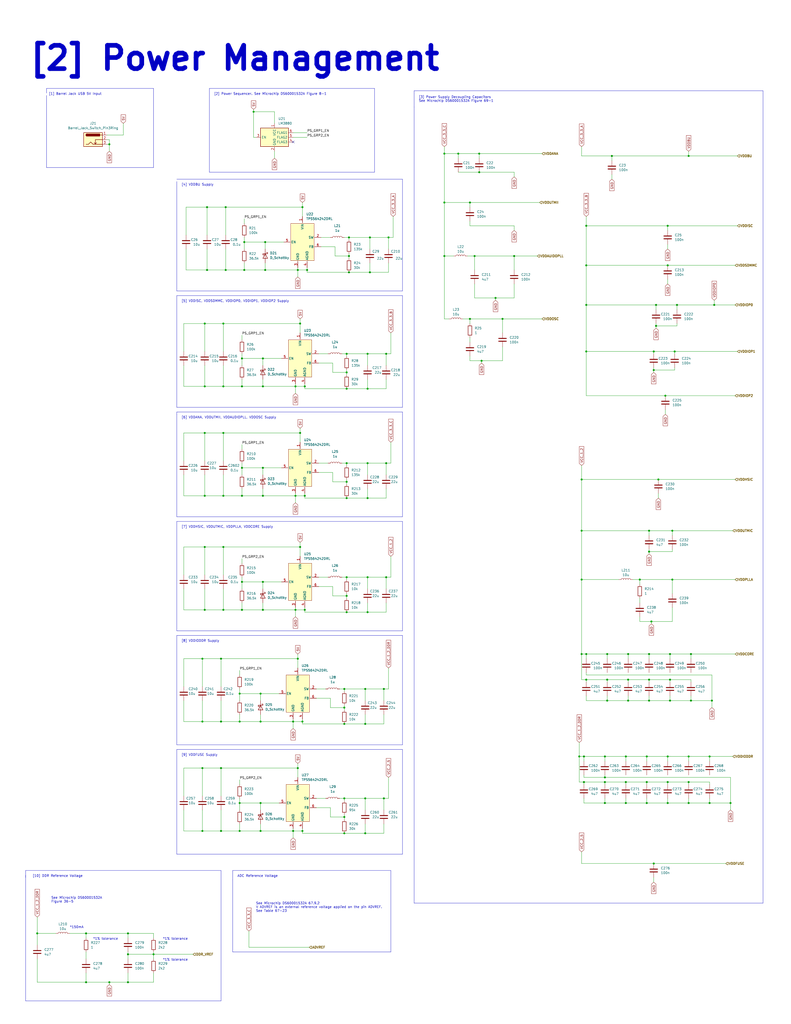
<source format=kicad_sch>
(kicad_sch (version 20230121) (generator eeschema)
  (paper "C" portrait)
  (junction (at 353.06 426.72))
  (junction (at 364.49 426.72))
  (junction (at 110.49 359.41))
  (junction (at 69.85 520.7))
  (junction (at 200.66 271.78))
  (junction (at 354.33 356.87))
  (junction (at 163.83 176.53))
  (junction (at 330.2 424.18))
  (junction (at 320.04 370.84))
  (junction (at 341.63 426.72))
  (junction (at 242.57 110.49))
  (junction (at 317.5 261.62))
  (junction (at 320.04 191.77))
  (junction (at 163.83 298.45))
  (junction (at 355.6 339.09))
  (junction (at 59.69 535.94))
  (junction (at 358.14 166.37))
  (junction (at 189.23 271.78))
  (junction (at 261.62 83.82))
  (junction (at 316.23 412.75))
  (junction (at 356.87 191.77))
  (junction (at 368.3 191.77))
  (junction (at 121.92 210.82))
  (junction (at 123.19 147.32))
  (junction (at 133.35 132.08))
  (junction (at 331.47 356.87))
  (junction (at 259.08 139.7))
  (junction (at 377.19 356.87))
  (junction (at 330.2 412.75))
  (junction (at 189.23 325.12))
  (junction (at 69.85 535.94))
  (junction (at 130.81 393.7))
  (junction (at 143.51 195.58))
  (junction (at 111.76 210.82))
  (junction (at 163.83 236.22))
  (junction (at 330.2 426.72))
  (junction (at 189.23 212.09))
  (junction (at 161.29 210.82))
  (junction (at 320.04 123.19))
  (junction (at 274.32 173.99))
  (junction (at 387.35 438.15))
  (junction (at 120.65 453.39))
  (junction (at 375.92 85.09))
  (junction (at 317.5 356.87))
  (junction (at 320.04 144.78))
  (junction (at 160.02 393.7))
  (junction (at 359.41 261.62))
  (junction (at 199.39 394.97))
  (junction (at 166.37 270.51))
  (junction (at 130.81 453.39))
  (junction (at 187.96 375.92))
  (junction (at 334.01 85.09))
  (junction (at 262.89 196.85))
  (junction (at 160.02 453.39))
  (junction (at 256.54 173.99))
  (junction (at 120.65 393.7))
  (junction (at 367.03 289.56))
  (junction (at 69.85 509.27))
  (junction (at 110.49 453.39))
  (junction (at 354.33 382.27))
  (junction (at 161.29 270.51))
  (junction (at 331.47 382.27))
  (junction (at 280.67 139.7))
  (junction (at 317.5 316.23))
  (junction (at 375.92 438.15))
  (junction (at 110.49 393.7))
  (junction (at 210.82 314.96))
  (junction (at 133.35 147.32))
  (junction (at 142.24 393.7))
  (junction (at 189.23 203.2))
  (junction (at 113.03 113.03))
  (junction (at 121.92 176.53))
  (junction (at 187.96 445.77))
  (junction (at 242.57 83.82))
  (junction (at 121.92 298.45))
  (junction (at 187.96 386.08))
  (junction (at 121.92 270.51))
  (junction (at 364.49 123.19))
  (junction (at 111.76 270.51))
  (junction (at 201.93 148.59))
  (junction (at 388.62 382.27))
  (junction (at 330.2 438.15))
  (junction (at 354.33 300.99))
  (junction (at 342.9 370.84))
  (junction (at 142.24 453.39))
  (junction (at 46.99 509.27))
  (junction (at 121.92 236.22))
  (junction (at 199.39 435.61))
  (junction (at 212.09 129.54))
  (junction (at 387.35 412.75))
  (junction (at 365.76 356.87))
  (junction (at 59.69 78.74))
  (junction (at 364.49 412.75))
  (junction (at 189.23 252.73))
  (junction (at 341.63 438.15))
  (junction (at 111.76 298.45))
  (junction (at 132.08 270.51))
  (junction (at 132.08 332.74))
  (junction (at 162.56 359.41))
  (junction (at 375.92 412.75))
  (junction (at 331.47 370.84))
  (junction (at 167.64 147.32))
  (junction (at 165.1 393.7))
  (junction (at 365.76 382.27))
  (junction (at 162.56 147.32))
  (junction (at 365.76 370.84))
  (junction (at 162.56 419.1))
  (junction (at 367.03 316.23))
  (junction (at 377.19 382.27))
  (junction (at 190.5 139.7))
  (junction (at 341.63 412.75))
  (junction (at 190.5 148.59))
  (junction (at 256.54 110.49))
  (junction (at 111.76 236.22))
  (junction (at 46.99 535.94))
  (junction (at 342.9 356.87))
  (junction (at 398.78 438.15))
  (junction (at 250.19 83.82))
  (junction (at 111.76 176.53))
  (junction (at 320.04 356.87))
  (junction (at 143.51 332.74))
  (junction (at 354.33 370.84))
  (junction (at 189.23 314.96))
  (junction (at 132.08 317.5))
  (junction (at 189.23 262.89))
  (junction (at 389.89 166.37))
  (junction (at 358.14 177.8))
  (junction (at 209.55 375.92))
  (junction (at 200.66 314.96))
  (junction (at 120.65 359.41))
  (junction (at 161.29 332.74))
  (junction (at 121.92 332.74))
  (junction (at 364.49 144.78))
  (junction (at 144.78 147.32))
  (junction (at 187.96 435.61))
  (junction (at 20.32 509.27))
  (junction (at 110.49 419.1))
  (junction (at 132.08 210.82))
  (junction (at 363.22 215.9))
  (junction (at 261.62 93.98))
  (junction (at 123.19 113.03))
  (junction (at 143.51 270.51))
  (junction (at 199.39 454.66))
  (junction (at 132.08 255.27))
  (junction (at 353.06 438.15))
  (junction (at 209.55 435.61))
  (junction (at 375.92 426.72))
  (junction (at 165.1 453.39))
  (junction (at 144.78 132.08))
  (junction (at 83.82 520.7))
  (junction (at 189.23 193.04))
  (junction (at 200.66 212.09))
  (junction (at 189.23 334.01))
  (junction (at 317.5 289.56))
  (junction (at 143.51 255.27))
  (junction (at 187.96 394.97))
  (junction (at 187.96 454.66))
  (junction (at 143.51 317.5))
  (junction (at 166.37 332.74))
  (junction (at 120.65 419.1))
  (junction (at 166.37 210.82))
  (junction (at 318.77 412.75))
  (junction (at 342.9 382.27))
  (junction (at 200.66 193.04))
  (junction (at 142.24 378.46))
  (junction (at 242.57 139.7))
  (junction (at 349.25 316.23))
  (junction (at 356.87 471.17))
  (junction (at 364.49 438.15))
  (junction (at 210.82 193.04))
  (junction (at 130.81 378.46))
  (junction (at 132.08 195.58))
  (junction (at 113.03 147.32))
  (junction (at 320.04 166.37))
  (junction (at 165.1 113.03))
  (junction (at 354.33 289.56))
  (junction (at 200.66 252.73))
  (junction (at 210.82 252.73))
  (junction (at 199.39 375.92))
  (junction (at 111.76 332.74))
  (junction (at 318.77 426.72))
  (junction (at 130.81 438.15))
  (junction (at 143.51 210.82))
  (junction (at 353.06 412.75))
  (junction (at 270.51 162.56))
  (junction (at 200.66 334.01))
  (junction (at 356.87 201.93))
  (junction (at 369.57 166.37))
  (junction (at 138.43 60.96))
  (junction (at 142.24 438.15))
  (junction (at 201.93 129.54))
  (junction (at 190.5 129.54))
  (no_connect (at 160.02 77.47))
  (wire (pts (xy 280.67 125.73) (xy 280.67 123.19)))
  (wire (pts (xy 209.55 389.89) (xy 209.55 394.97)))
  (polyline (pts (xy 120.65 546.1) (xy 120.65 474.98)))
  (wire (pts (xy 132.08 317.5) (xy 143.51 317.5)))
  (wire (pts (xy 261.62 93.98) (xy 280.67 93.98)))
  (wire (pts (xy 320.04 118.11) (xy 320.04 123.19)))
  (wire (pts (xy 130.81 438.15) (xy 142.24 438.15)))
  (wire (pts (xy 168.91 516.89) (xy 135.89 516.89)))
  (wire (pts (xy 318.77 424.18) (xy 330.2 424.18)))
  (wire (pts (xy 130.81 449.58) (xy 130.81 453.39)))
  (wire (pts (xy 143.51 317.5) (xy 153.67 317.5)))
  (wire (pts (xy 120.65 359.41) (xy 162.56 359.41)))
  (wire (pts (xy 358.14 166.37) (xy 358.14 168.91)))
  (wire (pts (xy 161.29 332.74) (xy 161.29 336.55)))
  (wire (pts (xy 187.96 384.81) (xy 187.96 386.08)))
  (wire (pts (xy 111.76 332.74) (xy 121.92 332.74)))
  (wire (pts (xy 38.1 509.27) (xy 46.99 509.27)))
  (wire (pts (xy 349.25 316.23) (xy 349.25 318.77)))
  (polyline (pts (xy 83.82 91.44) (xy 83.82 48.26)))
  (wire (pts (xy 320.04 215.9) (xy 363.22 215.9)))
  (wire (pts (xy 113.03 135.89) (xy 113.03 147.32)))
  (polyline (pts (xy 127 519.43) (xy 213.36 519.43)))
  (wire (pts (xy 83.82 509.27) (xy 69.85 509.27)))
  (wire (pts (xy 334.01 95.25) (xy 334.01 97.79)))
  (wire (pts (xy 163.83 173.99) (xy 163.83 176.53)))
  (wire (pts (xy 330.2 412.75) (xy 341.63 412.75)))
  (wire (pts (xy 121.92 332.74) (xy 132.08 332.74)))
  (wire (pts (xy 181.61 320.04) (xy 181.61 325.12)))
  (polyline (pts (xy 213.36 519.43) (xy 213.36 474.98)))
  (wire (pts (xy 190.5 138.43) (xy 190.5 139.7)))
  (wire (pts (xy 199.39 394.97) (xy 187.96 394.97)))
  (wire (pts (xy 342.9 356.87) (xy 342.9 359.41)))
  (wire (pts (xy 111.76 259.08) (xy 111.76 270.51)))
  (wire (pts (xy 201.93 129.54) (xy 190.5 129.54)))
  (wire (pts (xy 165.1 453.39) (xy 160.02 453.39)))
  (wire (pts (xy 173.99 193.04) (xy 179.07 193.04)))
  (wire (pts (xy 242.57 139.7) (xy 242.57 110.49)))
  (wire (pts (xy 83.82 520.7) (xy 105.41 520.7)))
  (wire (pts (xy 20.32 523.24) (xy 20.32 535.94)))
  (wire (pts (xy 161.29 269.24) (xy 161.29 270.51)))
  (polyline (pts (xy 96.52 408.94) (xy 219.71 408.94)))
  (wire (pts (xy 375.92 435.61) (xy 375.92 438.15)))
  (wire (pts (xy 270.51 162.56) (xy 280.67 162.56)))
  (wire (pts (xy 377.19 382.27) (xy 388.62 382.27)))
  (wire (pts (xy 186.69 193.04) (xy 189.23 193.04)))
  (wire (pts (xy 363.22 223.52) (xy 363.22 226.06)))
  (wire (pts (xy 320.04 370.84) (xy 320.04 372.11)))
  (wire (pts (xy 132.08 193.04) (xy 132.08 195.58)))
  (wire (pts (xy 250.19 93.98) (xy 261.62 93.98)))
  (wire (pts (xy 143.51 207.01) (xy 143.51 210.82)))
  (wire (pts (xy 368.3 191.77) (xy 356.87 191.77)))
  (wire (pts (xy 270.51 162.56) (xy 270.51 163.83)))
  (polyline (pts (xy 416.56 49.53) (xy 226.06 49.53)))
  (wire (pts (xy 144.78 147.32) (xy 162.56 147.32)))
  (wire (pts (xy 342.9 382.27) (xy 354.33 382.27)))
  (wire (pts (xy 160.02 72.39) (xy 167.64 72.39)))
  (wire (pts (xy 364.49 426.72) (xy 364.49 427.99)))
  (wire (pts (xy 166.37 270.51) (xy 161.29 270.51)))
  (wire (pts (xy 172.72 435.61) (xy 177.8 435.61)))
  (wire (pts (xy 100.33 359.41) (xy 110.49 359.41)))
  (wire (pts (xy 280.67 123.19) (xy 256.54 123.19)))
  (wire (pts (xy 100.33 419.1) (xy 110.49 419.1)))
  (wire (pts (xy 400.05 289.56) (xy 367.03 289.56)))
  (polyline (pts (xy 120.65 474.98) (xy 13.97 474.98)))
  (wire (pts (xy 318.77 426.72) (xy 330.2 426.72)))
  (wire (pts (xy 330.2 426.72) (xy 341.63 426.72)))
  (wire (pts (xy 330.2 435.61) (xy 330.2 438.15)))
  (wire (pts (xy 111.76 321.31) (xy 111.76 332.74)))
  (wire (pts (xy 337.82 316.23) (xy 317.5 316.23)))
  (wire (pts (xy 180.34 381) (xy 180.34 386.08)))
  (wire (pts (xy 83.82 520.7) (xy 83.82 523.24)))
  (wire (pts (xy 355.6 339.09) (xy 367.03 339.09)))
  (wire (pts (xy 200.66 259.08) (xy 200.66 252.73)))
  (wire (pts (xy 187.96 375.92) (xy 187.96 377.19)))
  (wire (pts (xy 100.33 236.22) (xy 111.76 236.22)))
  (wire (pts (xy 377.19 372.11) (xy 377.19 370.84)))
  (wire (pts (xy 256.54 123.19) (xy 256.54 120.65)))
  (wire (pts (xy 132.08 207.01) (xy 132.08 210.82)))
  (wire (pts (xy 354.33 379.73) (xy 354.33 382.27)))
  (wire (pts (xy 367.03 316.23) (xy 401.32 316.23)))
  (polyline (pts (xy 96.52 158.75) (xy 219.71 158.75)))
  (wire (pts (xy 143.51 195.58) (xy 143.51 199.39)))
  (wire (pts (xy 120.65 374.65) (xy 120.65 359.41)))
  (wire (pts (xy 388.62 382.27) (xy 388.62 386.08)))
  (wire (pts (xy 138.43 60.96) (xy 149.86 60.96)))
  (wire (pts (xy 175.26 129.54) (xy 180.34 129.54)))
  (wire (pts (xy 353.06 412.75) (xy 364.49 412.75)))
  (wire (pts (xy 132.08 332.74) (xy 143.51 332.74)))
  (polyline (pts (xy 96.52 224.79) (xy 96.52 226.06)))
  (wire (pts (xy 100.33 191.77) (xy 100.33 176.53)))
  (wire (pts (xy 189.23 212.09) (xy 166.37 212.09)))
  (wire (pts (xy 161.29 270.51) (xy 161.29 274.32)))
  (wire (pts (xy 181.61 325.12) (xy 189.23 325.12)))
  (wire (pts (xy 135.89 508) (xy 135.89 516.89)))
  (wire (pts (xy 209.55 441.96) (xy 209.55 435.61)))
  (wire (pts (xy 369.57 166.37) (xy 358.14 166.37)))
  (wire (pts (xy 160.02 453.39) (xy 160.02 457.2)))
  (wire (pts (xy 100.33 176.53) (xy 111.76 176.53)))
  (wire (pts (xy 142.24 393.7) (xy 160.02 393.7)))
  (wire (pts (xy 181.61 198.12) (xy 181.61 203.2)))
  (wire (pts (xy 110.49 441.96) (xy 110.49 453.39)))
  (wire (pts (xy 256.54 184.15) (xy 256.54 186.69)))
  (wire (pts (xy 120.65 419.1) (xy 162.56 419.1)))
  (wire (pts (xy 110.49 382.27) (xy 110.49 393.7)))
  (polyline (pts (xy 96.52 284.48) (xy 96.52 344.17)))
  (wire (pts (xy 199.39 449.58) (xy 199.39 454.66)))
  (wire (pts (xy 295.91 83.82) (xy 261.62 83.82)))
  (wire (pts (xy 377.19 356.87) (xy 377.19 359.41)))
  (wire (pts (xy 349.25 339.09) (xy 355.6 339.09)))
  (wire (pts (xy 274.32 189.23) (xy 274.32 196.85)))
  (wire (pts (xy 132.08 328.93) (xy 132.08 332.74)))
  (wire (pts (xy 242.57 83.82) (xy 242.57 110.49)))
  (wire (pts (xy 101.6 147.32) (xy 113.03 147.32)))
  (wire (pts (xy 160.02 452.12) (xy 160.02 453.39)))
  (wire (pts (xy 120.65 441.96) (xy 120.65 453.39)))
  (wire (pts (xy 375.92 438.15) (xy 387.35 438.15)))
  (polyline (pts (xy 96.52 408.94) (xy 96.52 466.09)))
  (wire (pts (xy 20.32 509.27) (xy 30.48 509.27)))
  (polyline (pts (xy 204.47 93.98) (xy 204.47 48.26)))
  (wire (pts (xy 133.35 129.54) (xy 133.35 132.08)))
  (wire (pts (xy 353.06 438.15) (xy 364.49 438.15)))
  (wire (pts (xy 212.09 364.49) (xy 212.09 375.92)))
  (wire (pts (xy 100.33 270.51) (xy 111.76 270.51)))
  (wire (pts (xy 369.57 177.8) (xy 358.14 177.8)))
  (wire (pts (xy 317.5 316.23) (xy 317.5 289.56)))
  (wire (pts (xy 334.01 85.09) (xy 334.01 87.63)))
  (wire (pts (xy 318.77 422.91) (xy 318.77 424.18)))
  (wire (pts (xy 364.49 152.4) (xy 364.49 154.94)))
  (wire (pts (xy 149.86 82.55) (xy 149.86 86.36)))
  (polyline (pts (xy 25.4 48.26) (xy 25.4 50.8)))
  (wire (pts (xy 113.03 128.27) (xy 113.03 113.03)))
  (wire (pts (xy 142.24 438.15) (xy 142.24 441.96)))
  (wire (pts (xy 375.92 85.09) (xy 334.01 85.09)))
  (wire (pts (xy 110.49 393.7) (xy 120.65 393.7)))
  (polyline (pts (xy 96.52 406.4) (xy 219.71 406.4)))
  (wire (pts (xy 110.49 434.34) (xy 110.49 419.1)))
  (wire (pts (xy 121.92 210.82) (xy 132.08 210.82)))
  (wire (pts (xy 199.39 389.89) (xy 199.39 394.97)))
  (polyline (pts (xy 127 474.98) (xy 127 480.06)))
  (wire (pts (xy 100.33 210.82) (xy 111.76 210.82)))
  (wire (pts (xy 316.23 412.75) (xy 316.23 426.72)))
  (wire (pts (xy 111.76 298.45) (xy 121.92 298.45)))
  (wire (pts (xy 242.57 80.01) (xy 242.57 83.82)))
  (wire (pts (xy 341.63 412.75) (xy 341.63 415.29)))
  (wire (pts (xy 256.54 173.99) (xy 274.32 173.99)))
  (wire (pts (xy 189.23 325.12) (xy 189.23 326.39)))
  (wire (pts (xy 58.42 78.74) (xy 59.69 78.74)))
  (wire (pts (xy 330.2 426.72) (xy 330.2 427.99)))
  (wire (pts (xy 132.08 210.82) (xy 143.51 210.82)))
  (wire (pts (xy 143.51 255.27) (xy 143.51 259.08)))
  (wire (pts (xy 320.04 166.37) (xy 320.04 144.78)))
  (wire (pts (xy 189.23 314.96) (xy 189.23 316.23)))
  (wire (pts (xy 259.08 162.56) (xy 270.51 162.56)))
  (wire (pts (xy 149.86 60.96) (xy 149.86 67.31)))
  (wire (pts (xy 200.66 193.04) (xy 189.23 193.04)))
  (wire (pts (xy 354.33 356.87) (xy 354.33 359.41)))
  (wire (pts (xy 316.23 412.75) (xy 318.77 412.75)))
  (wire (pts (xy 133.35 143.51) (xy 133.35 147.32)))
  (wire (pts (xy 130.81 425.45) (xy 130.81 427.99)))
  (wire (pts (xy 143.51 210.82) (xy 161.29 210.82)))
  (wire (pts (xy 111.76 270.51) (xy 121.92 270.51)))
  (wire (pts (xy 242.57 110.49) (xy 256.54 110.49)))
  (wire (pts (xy 317.5 356.87) (xy 320.04 356.87)))
  (wire (pts (xy 320.04 368.3) (xy 388.62 368.3)))
  (wire (pts (xy 354.33 289.56) (xy 354.33 292.1)))
  (wire (pts (xy 330.2 422.91) (xy 330.2 424.18)))
  (wire (pts (xy 213.36 241.3) (xy 213.36 252.73)))
  (wire (pts (xy 163.83 295.91) (xy 163.83 298.45)))
  (wire (pts (xy 200.66 328.93) (xy 200.66 334.01)))
  (wire (pts (xy 245.11 173.99) (xy 242.57 173.99)))
  (wire (pts (xy 359.41 269.24) (xy 359.41 271.78)))
  (wire (pts (xy 367.03 316.23) (xy 367.03 323.85)))
  (wire (pts (xy 316.23 426.72) (xy 318.77 426.72)))
  (wire (pts (xy 189.23 334.01) (xy 166.37 334.01)))
  (wire (pts (xy 209.55 435.61) (xy 199.39 435.61)))
  (wire (pts (xy 110.49 374.65) (xy 110.49 359.41)))
  (wire (pts (xy 364.49 426.72) (xy 375.92 426.72)))
  (wire (pts (xy 200.66 252.73) (xy 189.23 252.73)))
  (wire (pts (xy 401.32 166.37) (xy 389.89 166.37)))
  (wire (pts (xy 173.99 320.04) (xy 181.61 320.04)))
  (wire (pts (xy 402.59 191.77) (xy 368.3 191.77)))
  (wire (pts (xy 100.33 332.74) (xy 111.76 332.74)))
  (wire (pts (xy 342.9 370.84) (xy 354.33 370.84)))
  (wire (pts (xy 259.08 154.94) (xy 259.08 162.56)))
  (wire (pts (xy 200.66 212.09) (xy 189.23 212.09)))
  (wire (pts (xy 172.72 440.69) (xy 180.34 440.69)))
  (wire (pts (xy 189.23 323.85) (xy 189.23 325.12)))
  (wire (pts (xy 180.34 386.08) (xy 187.96 386.08)))
  (wire (pts (xy 142.24 449.58) (xy 142.24 453.39)))
  (wire (pts (xy 167.64 148.59) (xy 167.64 147.32)))
  (wire (pts (xy 345.44 316.23) (xy 349.25 316.23)))
  (wire (pts (xy 110.49 453.39) (xy 120.65 453.39)))
  (wire (pts (xy 181.61 257.81) (xy 181.61 262.89)))
  (wire (pts (xy 256.54 110.49) (xy 294.64 110.49)))
  (wire (pts (xy 143.51 332.74) (xy 161.29 332.74)))
  (wire (pts (xy 200.66 266.7) (xy 200.66 271.78)))
  (wire (pts (xy 320.04 215.9) (xy 320.04 191.77)))
  (wire (pts (xy 214.63 118.11) (xy 214.63 129.54)))
  (wire (pts (xy 133.35 119.38) (xy 133.35 121.92)))
  (wire (pts (xy 388.62 368.3) (xy 388.62 382.27)))
  (wire (pts (xy 320.04 356.87) (xy 331.47 356.87)))
  (wire (pts (xy 320.04 123.19) (xy 364.49 123.19)))
  (wire (pts (xy 365.76 356.87) (xy 365.76 359.41)))
  (wire (pts (xy 368.3 201.93) (xy 356.87 201.93)))
  (wire (pts (xy 401.32 261.62) (xy 359.41 261.62)))
  (polyline (pts (xy 96.52 222.25) (xy 219.71 222.25)))
  (wire (pts (xy 113.03 147.32) (xy 123.19 147.32)))
  (wire (pts (xy 111.76 236.22) (xy 121.92 236.22)))
  (wire (pts (xy 123.19 128.27) (xy 123.19 113.03)))
  (wire (pts (xy 256.54 110.49) (xy 256.54 113.03)))
  (wire (pts (xy 167.64 146.05) (xy 167.64 147.32)))
  (wire (pts (xy 375.92 412.75) (xy 387.35 412.75)))
  (wire (pts (xy 200.66 321.31) (xy 200.66 314.96)))
  (wire (pts (xy 349.25 326.39) (xy 349.25 328.93)))
  (wire (pts (xy 120.65 382.27) (xy 120.65 393.7)))
  (polyline (pts (xy 96.52 284.48) (xy 219.71 284.48)))
  (wire (pts (xy 317.5 289.56) (xy 317.5 261.62)))
  (wire (pts (xy 165.1 392.43) (xy 165.1 393.7)))
  (wire (pts (xy 210.82 212.09) (xy 200.66 212.09)))
  (polyline (pts (xy 127 480.06) (xy 127 519.43)))
  (polyline (pts (xy 96.52 346.71) (xy 219.71 346.71)))
  (wire (pts (xy 354.33 370.84) (xy 365.76 370.84)))
  (wire (pts (xy 387.35 412.75) (xy 400.05 412.75)))
  (wire (pts (xy 143.51 266.7) (xy 143.51 270.51)))
  (wire (pts (xy 100.33 393.7) (xy 110.49 393.7)))
  (wire (pts (xy 121.92 259.08) (xy 121.92 270.51)))
  (wire (pts (xy 182.88 139.7) (xy 190.5 139.7)))
  (wire (pts (xy 317.5 356.87) (xy 317.5 370.84)))
  (polyline (pts (xy 25.4 91.44) (xy 83.82 91.44)))
  (wire (pts (xy 369.57 176.53) (xy 369.57 177.8)))
  (wire (pts (xy 20.32 535.94) (xy 46.99 535.94)))
  (polyline (pts (xy 213.36 474.98) (xy 127 474.98)))
  (wire (pts (xy 132.08 317.5) (xy 132.08 321.31)))
  (wire (pts (xy 364.49 412.75) (xy 375.92 412.75)))
  (polyline (pts (xy 114.3 48.26) (xy 204.47 48.26)))
  (wire (pts (xy 256.54 196.85) (xy 262.89 196.85)))
  (wire (pts (xy 199.39 454.66) (xy 187.96 454.66)))
  (wire (pts (xy 353.06 412.75) (xy 353.06 415.29)))
  (polyline (pts (xy 96.52 161.29) (xy 96.52 222.25)))
  (wire (pts (xy 342.9 370.84) (xy 342.9 372.11)))
  (wire (pts (xy 354.33 289.56) (xy 317.5 289.56)))
  (wire (pts (xy 143.51 270.51) (xy 161.29 270.51)))
  (wire (pts (xy 199.39 441.96) (xy 199.39 435.61)))
  (wire (pts (xy 100.33 374.65) (xy 100.33 359.41)))
  (wire (pts (xy 162.56 359.41) (xy 162.56 364.49)))
  (wire (pts (xy 100.33 321.31) (xy 100.33 332.74)))
  (wire (pts (xy 110.49 359.41) (xy 120.65 359.41)))
  (wire (pts (xy 187.96 444.5) (xy 187.96 445.77)))
  (wire (pts (xy 120.65 393.7) (xy 130.81 393.7)))
  (wire (pts (xy 402.59 85.09) (xy 375.92 85.09)))
  (wire (pts (xy 46.99 519.43) (xy 46.99 523.24)))
  (wire (pts (xy 331.47 370.84) (xy 331.47 372.11)))
  (polyline (pts (xy 114.3 93.98) (xy 204.47 93.98)))
  (polyline (pts (xy 96.52 161.29) (xy 219.71 161.29)))
  (wire (pts (xy 69.85 511.81) (xy 69.85 509.27)))
  (wire (pts (xy 341.63 412.75) (xy 353.06 412.75)))
  (wire (pts (xy 201.93 143.51) (xy 201.93 148.59)))
  (wire (pts (xy 320.04 144.78) (xy 320.04 123.19)))
  (wire (pts (xy 83.82 511.81) (xy 83.82 509.27)))
  (wire (pts (xy 320.04 356.87) (xy 320.04 359.41)))
  (wire (pts (xy 83.82 535.94) (xy 69.85 535.94)))
  (wire (pts (xy 187.96 129.54) (xy 190.5 129.54)))
  (wire (pts (xy 187.96 454.66) (xy 165.1 454.66)))
  (wire (pts (xy 130.81 378.46) (xy 142.24 378.46)))
  (wire (pts (xy 166.37 212.09) (xy 166.37 210.82)))
  (wire (pts (xy 210.82 271.78) (xy 200.66 271.78)))
  (wire (pts (xy 83.82 530.86) (xy 83.82 535.94)))
  (polyline (pts (xy 96.52 99.06) (xy 96.52 158.75)))
  (wire (pts (xy 320.04 382.27) (xy 331.47 382.27)))
  (wire (pts (xy 142.24 389.89) (xy 142.24 393.7)))
  (polyline (pts (xy 96.52 466.09) (xy 219.71 466.09)))
  (wire (pts (xy 212.09 129.54) (xy 201.93 129.54)))
  (wire (pts (xy 166.37 332.74) (xy 161.29 332.74)))
  (wire (pts (xy 130.81 438.15) (xy 130.81 441.96)))
  (wire (pts (xy 213.36 252.73) (xy 210.82 252.73)))
  (wire (pts (xy 320.04 370.84) (xy 331.47 370.84)))
  (wire (pts (xy 180.34 440.69) (xy 180.34 445.77)))
  (wire (pts (xy 111.76 313.69) (xy 111.76 298.45)))
  (wire (pts (xy 100.33 298.45) (xy 111.76 298.45)))
  (wire (pts (xy 387.35 438.15) (xy 398.78 438.15)))
  (wire (pts (xy 133.35 147.32) (xy 144.78 147.32)))
  (polyline (pts (xy 226.06 58.42) (xy 226.06 492.76)))
  (wire (pts (xy 365.76 370.84) (xy 365.76 372.11)))
  (wire (pts (xy 209.55 449.58) (xy 209.55 454.66)))
  (wire (pts (xy 182.88 134.62) (xy 182.88 139.7)))
  (wire (pts (xy 67.31 67.31) (xy 67.31 73.66)))
  (wire (pts (xy 259.08 139.7) (xy 259.08 147.32)))
  (wire (pts (xy 262.89 196.85) (xy 274.32 196.85)))
  (wire (pts (xy 353.06 426.72) (xy 353.06 427.99)))
  (wire (pts (xy 181.61 203.2) (xy 189.23 203.2)))
  (wire (pts (xy 130.81 365.76) (xy 130.81 368.3)))
  (wire (pts (xy 387.35 427.99) (xy 387.35 426.72)))
  (wire (pts (xy 250.19 83.82) (xy 261.62 83.82)))
  (wire (pts (xy 132.08 304.8) (xy 132.08 307.34)))
  (wire (pts (xy 132.08 242.57) (xy 132.08 245.11)))
  (wire (pts (xy 142.24 438.15) (xy 152.4 438.15)))
  (wire (pts (xy 250.19 86.36) (xy 250.19 83.82)))
  (wire (pts (xy 172.72 375.92) (xy 177.8 375.92)))
  (wire (pts (xy 396.24 471.17) (xy 356.87 471.17)))
  (wire (pts (xy 189.23 201.93) (xy 189.23 203.2)))
  (wire (pts (xy 368.3 200.66) (xy 368.3 201.93)))
  (wire (pts (xy 354.33 300.99) (xy 367.03 300.99)))
  (wire (pts (xy 165.1 452.12) (xy 165.1 453.39)))
  (wire (pts (xy 130.81 453.39) (xy 142.24 453.39)))
  (wire (pts (xy 185.42 435.61) (xy 187.96 435.61)))
  (wire (pts (xy 111.76 210.82) (xy 121.92 210.82)))
  (wire (pts (xy 367.03 299.72) (xy 367.03 300.99)))
  (wire (pts (xy 389.89 166.37) (xy 369.57 166.37)))
  (wire (pts (xy 121.92 199.39) (xy 121.92 210.82)))
  (wire (pts (xy 364.49 123.19) (xy 402.59 123.19)))
  (wire (pts (xy 69.85 519.43) (xy 69.85 520.7)))
  (wire (pts (xy 160.02 392.43) (xy 160.02 393.7)))
  (wire (pts (xy 320.04 166.37) (xy 358.14 166.37)))
  (wire (pts (xy 138.43 59.69) (xy 138.43 60.96)))
  (wire (pts (xy 210.82 314.96) (xy 200.66 314.96)))
  (wire (pts (xy 190.5 139.7) (xy 190.5 140.97)))
  (wire (pts (xy 280.67 154.94) (xy 280.67 162.56)))
  (wire (pts (xy 209.55 375.92) (xy 199.39 375.92)))
  (polyline (pts (xy 226.06 49.53) (xy 226.06 58.42)))
  (wire (pts (xy 255.27 139.7) (xy 259.08 139.7)))
  (wire (pts (xy 317.5 471.17) (xy 356.87 471.17)))
  (wire (pts (xy 334.01 85.09) (xy 317.5 85.09)))
  (wire (pts (xy 167.64 147.32) (xy 162.56 147.32)))
  (wire (pts (xy 130.81 375.92) (xy 130.81 378.46)))
  (polyline (pts (xy 226.06 492.76) (xy 416.56 492.76)))
  (wire (pts (xy 58.42 73.66) (xy 67.31 73.66)))
  (wire (pts (xy 144.78 143.51) (xy 144.78 147.32)))
  (wire (pts (xy 20.32 515.62) (xy 20.32 509.27)))
  (wire (pts (xy 330.2 412.75) (xy 330.2 415.29)))
  (wire (pts (xy 162.56 416.56) (xy 162.56 419.1)))
  (wire (pts (xy 101.6 135.89) (xy 101.6 147.32)))
  (wire (pts (xy 341.63 435.61) (xy 341.63 438.15)))
  (wire (pts (xy 330.2 438.15) (xy 341.63 438.15)))
  (wire (pts (xy 161.29 210.82) (xy 161.29 214.63)))
  (wire (pts (xy 100.33 441.96) (xy 100.33 453.39)))
  (wire (pts (xy 165.1 454.66) (xy 165.1 453.39)))
  (wire (pts (xy 185.42 375.92) (xy 187.96 375.92)))
  (wire (pts (xy 367.03 289.56) (xy 354.33 289.56)))
  (wire (pts (xy 69.85 530.86) (xy 69.85 535.94)))
  (wire (pts (xy 200.66 271.78) (xy 189.23 271.78)))
  (wire (pts (xy 83.82 520.7) (xy 69.85 520.7)))
  (wire (pts (xy 212.09 424.18) (xy 212.09 435.61)))
  (wire (pts (xy 187.96 435.61) (xy 187.96 436.88)))
  (wire (pts (xy 59.69 76.2) (xy 59.69 78.74)))
  (wire (pts (xy 199.39 375.92) (xy 187.96 375.92)))
  (wire (pts (xy 356.87 200.66) (xy 356.87 201.93)))
  (wire (pts (xy 69.85 535.94) (xy 59.69 535.94)))
  (wire (pts (xy 358.14 177.8) (xy 358.14 179.07)))
  (wire (pts (xy 111.76 199.39) (xy 111.76 210.82)))
  (wire (pts (xy 274.32 173.99) (xy 295.91 173.99)))
  (wire (pts (xy 262.89 196.85) (xy 262.89 198.12)))
  (wire (pts (xy 364.49 435.61) (xy 364.49 438.15)))
  (wire (pts (xy 210.82 252.73) (xy 200.66 252.73)))
  (wire (pts (xy 375.92 426.72) (xy 375.92 427.99)))
  (wire (pts (xy 387.35 412.75) (xy 387.35 415.29)))
  (wire (pts (xy 317.5 316.23) (xy 317.5 356.87)))
  (wire (pts (xy 256.54 173.99) (xy 256.54 176.53)))
  (wire (pts (xy 132.08 255.27) (xy 132.08 259.08)))
  (wire (pts (xy 201.93 135.89) (xy 201.93 129.54)))
  (wire (pts (xy 132.08 270.51) (xy 143.51 270.51)))
  (wire (pts (xy 162.56 147.32) (xy 162.56 151.13)))
  (wire (pts (xy 331.47 356.87) (xy 331.47 359.41)))
  (wire (pts (xy 320.04 144.78) (xy 364.49 144.78)))
  (wire (pts (xy 317.5 261.62) (xy 317.5 254)))
  (wire (pts (xy 189.23 193.04) (xy 189.23 194.31)))
  (wire (pts (xy 331.47 370.84) (xy 342.9 370.84)))
  (wire (pts (xy 280.67 93.98) (xy 280.67 96.52)))
  (wire (pts (xy 121.92 176.53) (xy 163.83 176.53)))
  (wire (pts (xy 320.04 191.77) (xy 356.87 191.77)))
  (wire (pts (xy 180.34 445.77) (xy 187.96 445.77)))
  (wire (pts (xy 162.56 146.05) (xy 162.56 147.32)))
  (wire (pts (xy 210.82 259.08) (xy 210.82 252.73)))
  (wire (pts (xy 317.5 261.62) (xy 359.41 261.62)))
  (wire (pts (xy 330.2 424.18) (xy 398.78 424.18)))
  (wire (pts (xy 365.76 382.27) (xy 377.19 382.27)))
  (wire (pts (xy 356.87 478.79) (xy 356.87 481.33)))
  (wire (pts (xy 356.87 201.93) (xy 356.87 203.2)))
  (wire (pts (xy 259.08 139.7) (xy 280.67 139.7)))
  (wire (pts (xy 46.99 530.86) (xy 46.99 535.94)))
  (wire (pts (xy 389.89 163.83) (xy 389.89 166.37)))
  (wire (pts (xy 341.63 438.15) (xy 353.06 438.15)))
  (wire (pts (xy 111.76 176.53) (xy 121.92 176.53)))
  (wire (pts (xy 172.72 381) (xy 180.34 381)))
  (wire (pts (xy 387.35 435.61) (xy 387.35 438.15)))
  (wire (pts (xy 209.55 394.97) (xy 199.39 394.97)))
  (wire (pts (xy 121.92 313.69) (xy 121.92 298.45)))
  (wire (pts (xy 46.99 509.27) (xy 46.99 511.81)))
  (wire (pts (xy 210.82 207.01) (xy 210.82 212.09)))
  (wire (pts (xy 369.57 166.37) (xy 369.57 168.91)))
  (wire (pts (xy 59.69 535.94) (xy 59.69 537.21)))
  (wire (pts (xy 132.08 252.73) (xy 132.08 255.27)))
  (wire (pts (xy 212.09 148.59) (xy 201.93 148.59)))
  (wire (pts (xy 166.37 210.82) (xy 161.29 210.82)))
  (wire (pts (xy 320.04 367.03) (xy 320.04 368.3)))
  (wire (pts (xy 130.81 378.46) (xy 130.81 382.27)))
  (wire (pts (xy 190.5 148.59) (xy 167.64 148.59)))
  (wire (pts (xy 111.76 191.77) (xy 111.76 176.53)))
  (wire (pts (xy 365.76 370.84) (xy 377.19 370.84)))
  (wire (pts (xy 133.35 132.08) (xy 144.78 132.08)))
  (wire (pts (xy 242.57 173.99) (xy 242.57 139.7)))
  (polyline (pts (xy 13.97 477.52) (xy 13.97 546.1)))
  (wire (pts (xy 212.09 435.61) (xy 209.55 435.61)))
  (wire (pts (xy 161.29 209.55) (xy 161.29 210.82)))
  (wire (pts (xy 364.49 144.78) (xy 401.32 144.78)))
  (wire (pts (xy 200.66 199.39) (xy 200.66 193.04)))
  (polyline (pts (xy 219.71 344.17) (xy 219.71 284.48)))
  (polyline (pts (xy 219.71 281.94) (xy 219.71 224.79)))
  (wire (pts (xy 123.19 113.03) (xy 165.1 113.03)))
  (wire (pts (xy 101.6 113.03) (xy 113.03 113.03)))
  (wire (pts (xy 121.92 236.22) (xy 163.83 236.22)))
  (wire (pts (xy 354.33 356.87) (xy 365.76 356.87)))
  (wire (pts (xy 100.33 199.39) (xy 100.33 210.82)))
  (wire (pts (xy 318.77 415.29) (xy 318.77 412.75)))
  (wire (pts (xy 189.23 203.2) (xy 189.23 204.47)))
  (wire (pts (xy 142.24 378.46) (xy 142.24 382.27)))
  (wire (pts (xy 199.39 435.61) (xy 187.96 435.61)))
  (wire (pts (xy 187.96 386.08) (xy 187.96 387.35)))
  (wire (pts (xy 190.5 129.54) (xy 190.5 130.81)))
  (wire (pts (xy 331.47 382.27) (xy 342.9 382.27)))
  (wire (pts (xy 111.76 251.46) (xy 111.76 236.22)))
  (wire (pts (xy 160.02 74.93) (xy 167.64 74.93)))
  (wire (pts (xy 365.76 379.73) (xy 365.76 382.27)))
  (wire (pts (xy 367.03 331.47) (xy 367.03 339.09)))
  (wire (pts (xy 113.03 113.03) (xy 123.19 113.03)))
  (wire (pts (xy 138.43 60.96) (xy 138.43 74.93)))
  (wire (pts (xy 213.36 303.53) (xy 213.36 314.96)))
  (wire (pts (xy 173.99 252.73) (xy 179.07 252.73)))
  (wire (pts (xy 121.92 191.77) (xy 121.92 176.53)))
  (wire (pts (xy 210.82 266.7) (xy 210.82 271.78)))
  (wire (pts (xy 133.35 132.08) (xy 133.35 135.89)))
  (polyline (pts (xy 96.52 226.06) (xy 96.52 281.94)))
  (wire (pts (xy 165.1 394.97) (xy 165.1 393.7)))
  (wire (pts (xy 317.5 464.82) (xy 317.5 471.17)))
  (wire (pts (xy 212.09 143.51) (xy 212.09 148.59)))
  (wire (pts (xy 186.69 314.96) (xy 189.23 314.96)))
  (wire (pts (xy 20.32 500.38) (xy 20.32 509.27)))
  (wire (pts (xy 143.51 195.58) (xy 153.67 195.58)))
  (wire (pts (xy 375.92 426.72) (xy 387.35 426.72)))
  (wire (pts (xy 121.92 321.31) (xy 121.92 332.74)))
  (wire (pts (xy 280.67 139.7) (xy 280.67 147.32)))
  (wire (pts (xy 144.78 132.08) (xy 144.78 135.89)))
  (wire (pts (xy 261.62 83.82) (xy 261.62 86.36)))
  (wire (pts (xy 100.33 259.08) (xy 100.33 270.51)))
  (wire (pts (xy 377.19 379.73) (xy 377.19 382.27)))
  (wire (pts (xy 132.08 195.58) (xy 143.51 195.58)))
  (wire (pts (xy 364.49 412.75) (xy 364.49 415.29)))
  (wire (pts (xy 354.33 299.72) (xy 354.33 300.99)))
  (wire (pts (xy 132.08 266.7) (xy 132.08 270.51)))
  (polyline (pts (xy 219.71 224.79) (xy 96.52 224.79)))
  (wire (pts (xy 252.73 173.99) (xy 256.54 173.99)))
  (wire (pts (xy 368.3 191.77) (xy 368.3 193.04)))
  (polyline (pts (xy 13.97 546.1) (xy 120.65 546.1)))
  (wire (pts (xy 317.5 80.01) (xy 317.5 85.09)))
  (wire (pts (xy 320.04 379.73) (xy 320.04 382.27)))
  (wire (pts (xy 274.32 173.99) (xy 274.32 181.61)))
  (wire (pts (xy 213.36 314.96) (xy 210.82 314.96)))
  (wire (pts (xy 210.82 321.31) (xy 210.82 314.96)))
  (wire (pts (xy 318.77 435.61) (xy 318.77 438.15)))
  (wire (pts (xy 280.67 139.7) (xy 293.37 139.7)))
  (wire (pts (xy 341.63 426.72) (xy 353.06 426.72)))
  (wire (pts (xy 132.08 195.58) (xy 132.08 199.39)))
  (wire (pts (xy 143.51 255.27) (xy 153.67 255.27)))
  (wire (pts (xy 181.61 262.89) (xy 189.23 262.89)))
  (wire (pts (xy 130.81 389.89) (xy 130.81 393.7)))
  (wire (pts (xy 175.26 134.62) (xy 182.88 134.62)))
  (wire (pts (xy 121.92 298.45) (xy 163.83 298.45)))
  (wire (pts (xy 58.42 76.2) (xy 59.69 76.2)))
  (wire (pts (xy 365.76 356.87) (xy 377.19 356.87)))
  (wire (pts (xy 316.23 405.13) (xy 316.23 412.75)))
  (wire (pts (xy 144.78 132.08) (xy 154.94 132.08)))
  (wire (pts (xy 354.33 382.27) (xy 365.76 382.27)))
  (wire (pts (xy 209.55 382.27) (xy 209.55 375.92)))
  (wire (pts (xy 100.33 453.39) (xy 110.49 453.39)))
  (wire (pts (xy 59.69 78.74) (xy 59.69 82.55)))
  (wire (pts (xy 353.06 426.72) (xy 364.49 426.72)))
  (polyline (pts (xy 96.52 97.79) (xy 219.71 97.79)))
  (wire (pts (xy 142.24 453.39) (xy 160.02 453.39)))
  (wire (pts (xy 165.1 393.7) (xy 160.02 393.7)))
  (wire (pts (xy 200.66 314.96) (xy 189.23 314.96)))
  (wire (pts (xy 256.54 194.31) (xy 256.54 196.85)))
  (wire (pts (xy 143.51 317.5) (xy 143.51 321.31)))
  (wire (pts (xy 138.43 74.93) (xy 139.7 74.93)))
  (wire (pts (xy 123.19 135.89) (xy 123.19 147.32)))
  (wire (pts (xy 398.78 438.15) (xy 398.78 441.96)))
  (wire (pts (xy 375.92 82.55) (xy 375.92 85.09)))
  (wire (pts (xy 349.25 316.23) (xy 367.03 316.23)))
  (wire (pts (xy 213.36 181.61) (xy 213.36 193.04)))
  (wire (pts (xy 173.99 198.12) (xy 181.61 198.12)))
  (wire (pts (xy 210.82 334.01) (xy 200.66 334.01)))
  (polyline (pts (xy 25.4 52.07) (xy 25.4 91.44)))
  (wire (pts (xy 212.09 375.92) (xy 209.55 375.92)))
  (wire (pts (xy 101.6 128.27) (xy 101.6 113.03)))
  (wire (pts (xy 83.82 519.43) (xy 83.82 520.7)))
  (wire (pts (xy 100.33 434.34) (xy 100.33 419.1)))
  (wire (pts (xy 166.37 269.24) (xy 166.37 270.51)))
  (wire (pts (xy 317.5 370.84) (xy 320.04 370.84)))
  (wire (pts (xy 166.37 334.01) (xy 166.37 332.74)))
  (polyline (pts (xy 219.71 222.25) (xy 219.71 161.29)))
  (polyline (pts (xy 219.71 158.75) (xy 219.71 97.79)))
  (polyline (pts (xy 96.52 281.94) (xy 219.71 281.94)))
  (wire (pts (xy 142.24 378.46) (xy 152.4 378.46)))
  (wire (pts (xy 200.66 207.01) (xy 200.66 212.09)))
  (wire (pts (xy 212.09 135.89) (xy 212.09 129.54)))
  (wire (pts (xy 130.81 393.7) (xy 142.24 393.7)))
  (wire (pts (xy 341.63 426.72) (xy 341.63 427.99)))
  (wire (pts (xy 342.9 379.73) (xy 342.9 382.27)))
  (wire (pts (xy 165.1 110.49) (xy 165.1 113.03)))
  (wire (pts (xy 199.39 382.27) (xy 199.39 375.92)))
  (wire (pts (xy 166.37 209.55) (xy 166.37 210.82)))
  (wire (pts (xy 355.6 339.09) (xy 355.6 340.36)))
  (wire (pts (xy 201.93 148.59) (xy 190.5 148.59)))
  (wire (pts (xy 132.08 314.96) (xy 132.08 317.5)))
  (polyline (pts (xy 219.71 406.4) (xy 219.71 346.71)))
  (wire (pts (xy 162.56 356.87) (xy 162.56 359.41)))
  (wire (pts (xy 173.99 257.81) (xy 181.61 257.81)))
  (wire (pts (xy 247.65 139.7) (xy 242.57 139.7)))
  (polyline (pts (xy 83.82 48.26) (xy 25.4 48.26)))
  (wire (pts (xy 163.83 176.53) (xy 163.83 181.61)))
  (wire (pts (xy 331.47 356.87) (xy 342.9 356.87)))
  (polyline (pts (xy 13.97 474.98) (xy 13.97 478.79)))
  (wire (pts (xy 318.77 427.99) (xy 318.77 426.72)))
  (wire (pts (xy 200.66 334.01) (xy 189.23 334.01)))
  (wire (pts (xy 187.96 394.97) (xy 165.1 394.97)))
  (polyline (pts (xy 96.52 344.17) (xy 219.71 344.17)))
  (wire (pts (xy 210.82 193.04) (xy 200.66 193.04)))
  (wire (pts (xy 364.49 133.35) (xy 364.49 135.89)))
  (wire (pts (xy 165.1 113.03) (xy 165.1 118.11)))
  (wire (pts (xy 160.02 393.7) (xy 160.02 397.51)))
  (wire (pts (xy 209.55 454.66) (xy 199.39 454.66)))
  (wire (pts (xy 46.99 535.94) (xy 59.69 535.94)))
  (wire (pts (xy 349.25 336.55) (xy 349.25 339.09)))
  (wire (pts (xy 100.33 382.27) (xy 100.33 393.7)))
  (wire (pts (xy 162.56 419.1) (xy 162.56 424.18)))
  (wire (pts (xy 320.04 191.77) (xy 320.04 166.37)))
  (wire (pts (xy 364.49 438.15) (xy 375.92 438.15)))
  (wire (pts (xy 110.49 419.1) (xy 120.65 419.1)))
  (wire (pts (xy 186.69 252.73) (xy 189.23 252.73)))
  (wire (pts (xy 130.81 435.61) (xy 130.81 438.15)))
  (wire (pts (xy 318.77 412.75) (xy 330.2 412.75)))
  (wire (pts (xy 143.51 328.93) (xy 143.51 332.74)))
  (wire (pts (xy 189.23 252.73) (xy 189.23 254)))
  (wire (pts (xy 163.83 236.22) (xy 163.83 241.3)))
  (wire (pts (xy 123.19 147.32) (xy 133.35 147.32)))
  (wire (pts (xy 358.14 176.53) (xy 358.14 177.8)))
  (wire (pts (xy 364.49 125.73) (xy 364.49 123.19)))
  (wire (pts (xy 132.08 255.27) (xy 143.51 255.27)))
  (wire (pts (xy 121.92 251.46) (xy 121.92 236.22)))
  (wire (pts (xy 120.65 453.39) (xy 130.81 453.39)))
  (wire (pts (xy 189.23 262.89) (xy 189.23 264.16)))
  (wire (pts (xy 166.37 331.47) (xy 166.37 332.74)))
  (wire (pts (xy 69.85 509.27) (xy 46.99 509.27)))
  (wire (pts (xy 120.65 434.34) (xy 120.65 419.1)))
  (wire (pts (xy 210.82 328.93) (xy 210.82 334.01)))
  (polyline (pts (xy 96.52 346.71) (xy 96.52 406.4)))
  (wire (pts (xy 401.32 215.9) (xy 363.22 215.9)))
  (wire (pts (xy 353.06 435.61) (xy 353.06 438.15)))
  (polyline (pts (xy 416.56 492.76) (xy 416.56 49.53)))
  (wire (pts (xy 163.83 298.45) (xy 163.83 303.53)))
  (polyline (pts (xy 114.3 48.26) (xy 114.3 93.98)))
  (wire (pts (xy 189.23 271.78) (xy 166.37 271.78)))
  (wire (pts (xy 367.03 289.56) (xy 367.03 292.1)))
  (wire (pts (xy 100.33 251.46) (xy 100.33 236.22)))
  (wire (pts (xy 166.37 271.78) (xy 166.37 270.51)))
  (wire (pts (xy 187.96 445.77) (xy 187.96 447.04)))
  (wire (pts (xy 121.92 270.51) (xy 132.08 270.51)))
  (wire (pts (xy 342.9 356.87) (xy 354.33 356.87)))
  (wire (pts (xy 213.36 193.04) (xy 210.82 193.04)))
  (wire (pts (xy 214.63 129.54) (xy 212.09 129.54)))
  (polyline (pts (xy 219.71 466.09) (xy 219.71 408.94)))
  (wire (pts (xy 356.87 191.77) (xy 356.87 193.04)))
  (wire (pts (xy 69.85 520.7) (xy 69.85 523.24)))
  (wire (pts (xy 331.47 379.73) (xy 331.47 382.27)))
  (wire (pts (xy 375.92 412.75) (xy 375.92 415.29)))
  (wire (pts (xy 354.33 370.84) (xy 354.33 372.11)))
  (wire (pts (xy 173.99 314.96) (xy 179.07 314.96)))
  (wire (pts (xy 250.19 83.82) (xy 242.57 83.82)))
  (wire (pts (xy 100.33 313.69) (xy 100.33 298.45)))
  (wire (pts (xy 161.29 331.47) (xy 161.29 332.74)))
  (wire (pts (xy 163.83 233.68) (xy 163.83 236.22)))
  (wire (pts (xy 398.78 424.18) (xy 398.78 438.15)))
  (wire (pts (xy 354.33 300.99) (xy 354.33 302.26)))
  (wire (pts (xy 189.23 261.62) (xy 189.23 262.89)))
  (wire (pts (xy 132.08 182.88) (xy 132.08 185.42)))
  (wire (pts (xy 377.19 356.87) (xy 401.32 356.87)))
  (wire (pts (xy 318.77 438.15) (xy 330.2 438.15)))
  (wire (pts (xy 210.82 199.39) (xy 210.82 193.04)))
  (text "[1] Barrel Jack USB 5V Input" (at 26.67 52.07 0) (effects (font (size 1.27 1.27)) (justify left bottom)))
  (text "[5] VDDISC, VDDSDMMC, VDDIOP0, VDDIOP1, VDDIOP2 Supply" (at 99.06 165.1 0) (effects (font (size 1.27 1.27)) (justify left bottom)))
  (text "[4] VDDBU Supply" (at 99.06 101.6 0) (effects (font (size 1.27 1.27)) (justify left bottom)))
  (text "*150mA" (at 38.1 506.73 0) (effects (font (size 1.27 1.27)) (justify left bottom)))
  (text "*1% tolerance" (at 88.9 524.51 0) (effects (font (size 1.27 1.27)) (justify left bottom)))
  (text "[3] Power Supply Decoupling Capacitors\nSee Microchip DS60001532A Figure 69-1" (at 228.6 55.88 0) (effects (font (size 1.27 1.27)) (justify left bottom)))
  (text "[7] VDDHSIC, VDDUTMIC, VDDPLLA, VDDCORE Supply" (at 99.06 288.29 0) (effects (font (size 1.27 1.27)) (justify left bottom)))
  (text "[10] DDR Reference Voltage" (at 17.78 478.79 0) (effects (font (size 1.27 1.27)) (justify left bottom)))
  (text "*1% tolerance" (at 50.8 513.08 0) (effects (font (size 1.27 1.27)) (justify left bottom)))
  (text "[8] VDDIODDR Supply" (at 99.06 350.52 0) (effects (font (size 1.27 1.27)) (justify left bottom)))
  (text "See Microchip DS60001532A\nFigure 36-5" (at 27.94 492.76 0) (effects (font (size 1.27 1.27)) (justify left bottom)))
  (text "[9] VDDFUSE Supply" (at 99.06 412.75 0) (effects (font (size 1.27 1.27)) (justify left bottom)))
  (text "ADC Reference Voltage" (at 129.54 478.79 0) (effects (font (size 1.27 1.27)) (justify left bottom)))
  (text "See Microchip DS60001532A 67.9.2\nV ADVREF is an external reference voltage applied on the pin ADVREF.\nSee Table 67-23" (at 139.7 497.84 0) (effects (font (size 1.27 1.27)) (justify left bottom)))
  (text "[6] VDDANA, VDDUTMII, VDDAUDIOPLL, VDDOSC Supply" (at 99.06 228.6 0) (effects (font (size 1.27 1.27)) (justify left bottom)))
  (text "[2] Power Sequencer. See Microchip DS60001532A Figure 8-1" (at 116.84 52.07 0) (effects (font (size 1.27 1.27)) (justify left bottom)))
  (text "[2] Power Management" (at 15.24 39.37 0) (effects (font (size 12.7 12.7) bold) (justify left bottom)))
  (text "*1% tolerance" (at 88.9 513.08 0) (effects (font (size 1.27 1.27)) (justify left bottom)))
  (label "PS_GRP1_EN" (at 132.08 182.88 0))
  (label "PS_GRP2_EN" (at 130.81 425.45 0))
  (label "PS_GRP2_EN" (at 167.64 74.93 0))
  (label "PS_GRP1_EN" (at 130.81 365.76 0))
  (label "PS_GRP1_EN" (at 167.64 72.39 0))
  (label "PS_GRP1_EN" (at 133.35 119.38 0))
  (label "PS_GRP2_EN" (at 132.08 304.8 0))
  (label "PS_GRP1_EN" (at 132.08 242.57 0))
  (global_label "GND" (shape input) (at 161.29 336.55 270) (property "Intersheetrefs" "${INTERSHEET_REFS}" (effects hide)))
  (global_label "5V" (shape input) (at 165.1 110.49 90) (property "Intersheetrefs" "${INTERSHEET_REFS}" (effects hide)))
  (global_label "5V" (shape input) (at 138.43 59.69 90) (property "Intersheetrefs" "${INTERSHEET_REFS}" (effects hide)))
  (global_label "GND" (shape input) (at 160.02 397.51 270) (property "Intersheetrefs" "${INTERSHEET_REFS}" (effects hide)))
  (global_label "VCC_3_3_A" (shape input) (at 214.63 118.11 90) (property "Intersheetrefs" "${INTERSHEET_REFS}" (effects hide)))
  (global_label "GND" (shape input) (at 358.14 179.07 270) (property "Intersheetrefs" "${INTERSHEET_REFS}" (effects hide)))
  (global_label "VCC_3_3_C" (shape input) (at 242.57 80.01 90) (property "Intersheetrefs" "${INTERSHEET_REFS}" (effects hide)))
  (global_label "VCC_3_3_B" (shape input) (at 213.36 181.61 90) (property "Intersheetrefs" "${INTERSHEET_REFS}" (effects hide)))
  (global_label "VCC_3_3_A" (shape input) (at 317.5 80.01 90) (property "Intersheetrefs" "${INTERSHEET_REFS}" (effects hide)))
  (global_label "GND" (shape input) (at 364.49 154.94 270) (property "Intersheetrefs" "${INTERSHEET_REFS}" (effects hide)))
  (global_label "VDDBU" (shape input) (at 375.92 82.55 90) (property "Intersheetrefs" "${INTERSHEET_REFS}" (effects hide)))
  (global_label "VCC_2_5" (shape input) (at 212.09 424.18 90) (property "Intersheetrefs" "${INTERSHEET_REFS}" (effects hide)))
  (global_label "VDDIOP0" (shape input) (at 389.89 163.83 90) (property "Intersheetrefs" "${INTERSHEET_REFS}" (effects hide)))
  (global_label "GND" (shape input) (at 363.22 226.06 270) (property "Intersheetrefs" "${INTERSHEET_REFS}" (effects hide)))
  (global_label "GND" (shape input) (at 354.33 302.26 270) (property "Intersheetrefs" "${INTERSHEET_REFS}" (effects hide)))
  (global_label "GND" (shape input) (at 280.67 125.73 270) (property "Intersheetrefs" "${INTERSHEET_REFS}" (effects hide)))
  (global_label "5V" (shape input) (at 163.83 173.99 90) (property "Intersheetrefs" "${INTERSHEET_REFS}" (effects hide)))
  (global_label "GND" (shape input) (at 364.49 135.89 270) (property "Intersheetrefs" "${INTERSHEET_REFS}" (effects hide)))
  (global_label "VCC_3_3_C" (shape input) (at 135.89 508 90) (property "Intersheetrefs" "${INTERSHEET_REFS}" (effects hide)))
  (global_label "GND" (shape input) (at 270.51 163.83 270) (property "Intersheetrefs" "${INTERSHEET_REFS}" (effects hide)))
  (global_label "GND" (shape input) (at 161.29 214.63 270) (property "Intersheetrefs" "${INTERSHEET_REFS}" (effects hide)))
  (global_label "5V" (shape input) (at 67.31 67.31 90) (property "Intersheetrefs" "${INTERSHEET_REFS}" (effects hide)))
  (global_label "GND" (shape input) (at 359.41 271.78 270) (property "Intersheetrefs" "${INTERSHEET_REFS}" (effects hide)))
  (global_label "GND" (shape input) (at 149.86 86.36 270) (property "Intersheetrefs" "${INTERSHEET_REFS}" (effects hide)))
  (global_label "VCC_3_3_B" (shape input) (at 320.04 118.11 90) (property "Intersheetrefs" "${INTERSHEET_REFS}" (effects hide)))
  (global_label "VCC_1_2_DDR" (shape input) (at 316.23 405.13 90) (property "Intersheetrefs" "${INTERSHEET_REFS}" (effects hide)))
  (global_label "5V" (shape input) (at 162.56 356.87 90) (property "Intersheetrefs" "${INTERSHEET_REFS}" (effects hide)))
  (global_label "5V" (shape input) (at 163.83 295.91 90) (property "Intersheetrefs" "${INTERSHEET_REFS}" (effects hide)))
  (global_label "GND" (shape input) (at 355.6 340.36 270) (property "Intersheetrefs" "${INTERSHEET_REFS}" (effects hide)))
  (global_label "GND" (shape input) (at 160.02 457.2 270) (property "Intersheetrefs" "${INTERSHEET_REFS}" (effects hide)))
  (global_label "GND" (shape input) (at 356.87 203.2 270) (property "Intersheetrefs" "${INTERSHEET_REFS}" (effects hide)))
  (global_label "GND" (shape input) (at 161.29 274.32 270) (property "Intersheetrefs" "${INTERSHEET_REFS}" (effects hide)))
  (global_label "GND" (shape input) (at 334.01 97.79 270) (property "Intersheetrefs" "${INTERSHEET_REFS}" (effects hide)))
  (global_label "GND" (shape input) (at 59.69 82.55 270) (property "Intersheetrefs" "${INTERSHEET_REFS}" (effects hide)))
  (global_label "GND" (shape input) (at 398.78 441.96 270) (property "Intersheetrefs" "${INTERSHEET_REFS}" (effects hide)))
  (global_label "GND" (shape input) (at 388.62 386.08 270) (property "Intersheetrefs" "${INTERSHEET_REFS}" (effects hide)))
  (global_label "GND" (shape input) (at 280.67 96.52 270) (property "Intersheetrefs" "${INTERSHEET_REFS}" (effects hide)))
  (global_label "GND" (shape input) (at 162.56 151.13 270) (property "Intersheetrefs" "${INTERSHEET_REFS}" (effects hide)))
  (global_label "VCC_3_3_C" (shape input) (at 213.36 241.3 90) (property "Intersheetrefs" "${INTERSHEET_REFS}" (effects hide)))
  (global_label "VCC_2_5" (shape input) (at 317.5 464.82 90) (property "Intersheetrefs" "${INTERSHEET_REFS}" (effects hide)))
  (global_label "GND" (shape input) (at 356.87 481.33 270) (property "Intersheetrefs" "${INTERSHEET_REFS}" (effects hide)))
  (global_label "VCC_1_2" (shape input) (at 317.5 254 90) (property "Intersheetrefs" "${INTERSHEET_REFS}" (effects hide)))
  (global_label "GND" (shape input) (at 59.69 537.21 270) (property "Intersheetrefs" "${INTERSHEET_REFS}" (effects hide)))
  (global_label "VCC_1_2" (shape input) (at 213.36 303.53 90) (property "Intersheetrefs" "${INTERSHEET_REFS}" (effects hide)))
  (global_label "5V" (shape input) (at 163.83 233.68 90) (property "Intersheetrefs" "${INTERSHEET_REFS}" (effects hide)))
  (global_label "VCC_1_2_DDR" (shape input) (at 20.32 500.38 90) (property "Intersheetrefs" "${INTERSHEET_REFS}" (effects hide)))
  (global_label "5V" (shape input) (at 162.56 416.56 90) (property "Intersheetrefs" "${INTERSHEET_REFS}" (effects hide)))
  (global_label "GND" (shape input) (at 262.89 198.12 270) (property "Intersheetrefs" "${INTERSHEET_REFS}" (effects hide)))
  (global_label "VCC_1_2_DDR" (shape input) (at 212.09 364.49 90) (property "Intersheetrefs" "${INTERSHEET_REFS}" (effects hide)))
  (hierarchical_label "VDDUTMIC" (shape input) (at 400.05 289.56 0) (effects (font bold)))
  (hierarchical_label "VDDCORE" (shape input) (at 401.32 356.87 0) (effects (font bold)))
  (hierarchical_label "VDDIODDR" (shape input) (at 400.05 412.75 0) (effects (font bold)))
  (hierarchical_label "DDR_VREF" (shape input) (at 105.41 520.7 0) (effects (font bold)))
  (hierarchical_label "VDDHSIC" (shape input) (at 401.32 261.62 0) (effects (font bold)))
  (hierarchical_label "VDDIOP0" (shape input) (at 401.32 166.37 0) (effects (font bold)))
  (hierarchical_label "VDDOSC" (shape input) (at 295.91 173.99 0) (effects (font bold)))
  (hierarchical_label "ADVREF" (shape input) (at 168.91 516.89 0) (effects (font bold)))
  (hierarchical_label "VDDISC" (shape input) (at 402.59 123.19 0) (effects (font bold)))
  (hierarchical_label "VDDSDMMC" (shape input) (at 401.32 144.78 0) (effects (font bold)))
  (hierarchical_label "VDDPLLA" (shape input) (at 401.32 316.23 0) (effects (font bold)))
  (hierarchical_label "VDDANA" (shape input) (at 295.91 83.82 0) (effects (font bold)))
  (hierarchical_label "VDDIOP2" (shape input) (at 401.32 215.9 0) (effects (font bold)))
  (hierarchical_label "VDDUTMII" (shape input) (at 294.64 110.49 0) (effects (font bold)))
  (hierarchical_label "VDDIOP1" (shape input) (at 402.59 191.77 0) (effects (font bold)))
  (hierarchical_label "VDDFUSE" (shape input) (at 396.24 471.17 0) (effects (font bold)))
  (hierarchical_label "VDDAUIDOPLL" (shape input) (at 293.37 139.7 0) (effects (font bold)))
  (hierarchical_label "VDDBU" (shape input) (at 402.59 85.09 0) (effects (font bold)))
  (symbol (lib_id "Device:C") (at 280.67 151.13 0) (unit 1)
    (property "Reference" "C212" (at 284.48 149.8599 0) (effects (justify left)))
    (property "Value" "100n" (at 284.48 152.3999 0) (effects (justify left)))
  )
  (symbol (lib_id "Device:R") (at 256.54 180.34 0) (unit 1)
    (property "Reference" "R25" (at 259.08 179.0699 0) (effects (justify left)))
    (property "Value" "1" (at 259.08 181.6099 0) (effects (justify left)))
  )
  (symbol (lib_id "Device:C") (at 354.33 363.22 0) (unit 1)
    (property "Reference" "C248" (at 356.87 361.95 0) (effects (justify left)))
    (property "Value" "100n" (at 358.14 364.4899 0) (effects (justify left)))
  )
  (symbol (lib_id "custom_symbol:TPS564242DRL") (at 165.1 132.08 0) (unit 1)
    (property "Reference" "U22" (at 167.1194 116.84 0) (effects (justify left)))
    (property "Value" "TPS564242DRL" (at 167.1194 119.38 0) (effects (justify left)))
    (property "Footprint" "custom_footprint:TPS564247DRLR" (effects hide))
  )
  (symbol (lib_id "Device:C") (at 121.92 255.27 0) (unit 1)
    (property "Reference" "C2602" (at 124.46 254 0) (effects (justify left)))
    (property "Value" "0.1u" (at 125.73 256.5399 0) (effects (justify left)))
  )
  (symbol (lib_id "Device:L") (at 181.61 435.61 90) (unit 1)
    (property "Reference" "L29" (at 181.61 429.26 90))
    (property "Value" "1u" (at 181.61 431.8 90))
  )
  (symbol (lib_id "Device:C") (at 110.49 378.46 0) (unit 1)
    (property "Reference" "C241" (at 111.76 375.92 0) (effects (justify left)))
    (property "Value" "10u" (at 113.03 378.46 0) (effects (justify left)))
  )
  (symbol (lib_id "Device:C") (at 123.19 132.08 0) (unit 1)
    (property "Reference" "C28" (at 125.73 130.81 0) (effects (justify left)))
    (property "Value" "0.1u" (at 127 133.3499 0) (effects (justify left)))
  )
  (symbol (lib_id "Device:C") (at 349.25 332.74 0) (unit 1)
    (property "Reference" "C238" (at 353.06 331.4699 0) (effects (justify left)))
    (property "Value" "4u7" (at 353.06 334.0099 0) (effects (justify left)))
  )
  (symbol (lib_id "custom_symbol:TPS564242DRL") (at 163.83 255.27 0) (unit 1)
    (property "Reference" "U24" (at 165.8494 240.03 0) (effects (justify left)))
    (property "Value" "TPS564242DRL" (at 165.8494 242.57 0) (effects (justify left)))
    (property "Footprint" "custom_footprint:TPS564247DRLR" (effects hide))
  )
  (symbol (lib_id "Device:C") (at 210.82 325.12 0) (unit 1)
    (property "Reference" "C237" (at 212.09 322.58 0) (effects (justify left)))
    (property "Value" "22u" (at 213.36 325.12 0) (effects (justify left)))
  )
  (symbol (lib_id "Device:L") (at 181.61 375.92 90) (unit 1)
    (property "Reference" "L28" (at 181.61 369.57 90))
    (property "Value" "1u" (at 181.61 372.11 90))
  )
  (symbol (lib_id "Device:C") (at 320.04 375.92 0) (unit 1)
    (property "Reference" "C251" (at 322.58 374.65 0) (effects (justify left)))
    (property "Value" "4u7" (at 323.85 377.1899 0) (effects (justify left)))
  )
  (symbol (lib_id "Device:R") (at 132.08 262.89 0) (unit 1)
    (property "Reference" "R211" (at 134.62 261.6199 0) (effects (justify left)))
    (property "Value" "36.5k" (at 134.62 264.1599 0) (effects (justify left)))
  )
  (symbol (lib_id "Device:C") (at 210.82 203.2 0) (unit 1)
    (property "Reference" "C218" (at 213.36 201.93 0) (effects (justify left)))
    (property "Value" "22u" (at 214.63 204.4699 0) (effects (justify left)))
  )
  (symbol (lib_id "Device:C") (at 331.47 375.92 0) (unit 1)
    (property "Reference" "C252" (at 334.01 374.65 0) (effects (justify left)))
    (property "Value" "4u7" (at 335.28 377.1899 0) (effects (justify left)))
  )
  (symbol (lib_id "Device:C") (at 100.33 438.15 0) (unit 1)
    (property "Reference" "C257" (at 101.6 435.61 0) (effects (justify left)))
    (property "Value" "10u" (at 102.87 438.15 0) (effects (justify left)))
  )
  (symbol (lib_id "Device:C") (at 120.65 378.46 0) (unit 1)
    (property "Reference" "C242" (at 121.92 375.92 0) (effects (justify left)))
    (property "Value" "0.1u" (at 123.19 378.46 0) (effects (justify left)))
  )
  (symbol (lib_id "Connector:Barrel_Jack_Switch_Pin3Ring") (at 50.8 76.2 0) (unit 1)
    (property "Reference" "J21" (at 50.8 67.31 0))
    (property "Value" "Barrel_Jack_Switch_Pin3Ring" (at 50.8 69.85 0))
    (property "Footprint" "Connector_BarrelJack:BarrelJack_CUI_PJ-063AH_Horizontal" (effects hide))
  )
  (symbol (lib_id "Device:C") (at 377.19 363.22 0) (unit 1)
    (property "Reference" "C250" (at 379.73 361.95 0) (effects (justify left)))
    (property "Value" "100n" (at 381 364.4899 0) (effects (justify left)))
  )
  (symbol (lib_id "Device:R") (at 189.23 208.28 0) (unit 1)
    (property "Reference" "R29" (at 191.77 207.0099 0) (effects (justify left)))
    (property "Value" "30k" (at 191.77 209.5499 0) (effects (justify left)))
  )
  (symbol (lib_id "Device:R") (at 83.82 527.05 0) (unit 1)
    (property "Reference" "R229" (at 86.36 525.7799 0) (effects (justify left)))
    (property "Value" "2k2" (at 86.36 528.3199 0) (effects (justify left)))
  )
  (symbol (lib_id "Device:C") (at 111.76 255.27 0) (unit 1)
    (property "Reference" "C227" (at 113.03 252.73 0) (effects (justify left)))
    (property "Value" "10u" (at 114.3 255.27 0) (effects (justify left)))
  )
  (symbol (lib_id "Device:C") (at 387.35 419.1 0) (unit 1)
    (property "Reference" "C268" (at 389.89 417.83 0) (effects (justify left)))
    (property "Value" "100n" (at 391.16 420.3699 0) (effects (justify left)))
  )
  (symbol (lib_id "Device:R") (at 132.08 189.23 0) (unit 1)
    (property "Reference" "R26" (at 134.62 187.9599 0) (effects (justify left)))
    (property "Value" "100k" (at 134.62 190.4999 0) (effects (justify left)))
  )
  (symbol (lib_id "Device:C") (at 201.93 139.7 0) (unit 1)
    (property "Reference" "C29" (at 203.2 137.16 0) (effects (justify left)))
    (property "Value" "22u" (at 205.74 140.9699 0) (effects (justify left)))
  )
  (symbol (lib_id "Device:C") (at 320.04 363.22 0) (unit 1)
    (property "Reference" "C245" (at 322.58 361.95 0) (effects (justify left)))
    (property "Value" "100n" (at 323.85 364.4899 0) (effects (justify left)))
  )
  (symbol (lib_id "Device:C") (at 261.62 90.17 0) (unit 1)
    (property "Reference" "C22" (at 265.43 88.8999 0) (effects (justify left)))
    (property "Value" "100n" (at 265.43 91.4399 0) (effects (justify left)))
  )
  (symbol (lib_id "Device:L") (at 248.92 173.99 90) (unit 1)
    (property "Reference" "L23" (at 248.92 168.91 90))
    (property "Value" "10u" (at 248.92 171.45 90))
  )
  (symbol (lib_id "Device:C") (at 318.77 431.8 0) (unit 1)
    (property "Reference" "C269" (at 321.31 430.53 0) (effects (justify left)))
    (property "Value" "4u7" (at 322.58 433.0699 0) (effects (justify left)))
  )
  (symbol (lib_id "Device:C") (at 369.57 172.72 0) (unit 1)
    (property "Reference" "C222" (at 373.38 171.4499 0) (effects (justify left)))
    (property "Value" "100n" (at 373.38 173.9899 0) (effects (justify left)))
  )
  (symbol (lib_id "Device:C") (at 111.76 317.5 0) (unit 1)
    (property "Reference" "C234" (at 114.3 314.96 0) (effects (justify left)))
    (property "Value" "10u" (at 115.57 317.5 0) (effects (justify left)))
  )
  (symbol (lib_id "Device:C") (at 365.76 375.92 0) (unit 1)
    (property "Reference" "C255" (at 368.3 374.65 0) (effects (justify left)))
    (property "Value" "4u7" (at 369.57 377.1899 0) (effects (justify left)))
  )
  (symbol (lib_id "Device:C") (at 367.03 295.91 0) (unit 1)
    (property "Reference" "C232" (at 370.84 294.6399 0) (effects (justify left)))
    (property "Value" "100n" (at 370.84 297.1799 0) (effects (justify left)))
  )
  (symbol (lib_id "Device:L") (at 251.46 139.7 90) (unit 1)
    (property "Reference" "L22" (at 251.46 134.62 90))
    (property "Value" "10u" (at 251.46 137.16 90))
  )
  (symbol (lib_id "Device:C") (at 200.66 262.89 0) (unit 1)
    (property "Reference" "C228" (at 201.93 260.35 0) (effects (justify left)))
    (property "Value" "22u" (at 203.2 262.89 0) (effects (justify left)))
  )
  (symbol (lib_id "Device:C") (at 354.33 375.92 0) (unit 1)
    (property "Reference" "C254" (at 356.87 374.65 0) (effects (justify left)))
    (property "Value" "4u7" (at 358.14 377.1899 0) (effects (justify left)))
  )
  (symbol (lib_id "Device:C") (at 354.33 295.91 0) (unit 1)
    (property "Reference" "C231" (at 358.14 294.6399 0) (effects (justify left)))
    (property "Value" "4u7" (at 358.14 297.1799 0) (effects (justify left)))
  )
  (symbol (lib_id "custom_symbol:TPS564242DRL") (at 162.56 378.46 0) (unit 1)
    (property "Reference" "U26" (at 164.5794 363.22 0) (effects (justify left)))
    (property "Value" "TPS564242DRL" (at 164.5794 365.76 0) (effects (justify left)))
    (property "Footprint" "custom_footprint:TPS564247DRLR" (effects hide))
  )
  (symbol (lib_id "Device:C") (at 334.01 91.44 0) (unit 1)
    (property "Reference" "C23" (at 337.82 90.1699 0) (effects (justify left)))
    (property "Value" "100n" (at 337.82 92.7099 0) (effects (justify left)))
  )
  (symbol (lib_id "Device:D_Schottky") (at 143.51 203.2 270) (unit 1)
    (property "Reference" "D22" (at 146.05 201.6124 90) (effects (justify left)))
    (property "Value" "D_Schottky" (at 146.05 204.1524 90) (effects (justify left)))
  )
  (symbol (lib_id "Device:C") (at 341.63 419.1 0) (unit 1)
    (property "Reference" "C264" (at 344.17 417.83 0) (effects (justify left)))
    (property "Value" "100n" (at 345.44 420.3699 0) (effects (justify left)))
  )
  (symbol (lib_id "Device:R") (at 132.08 325.12 0) (unit 1)
    (property "Reference" "R216" (at 134.62 323.8499 0) (effects (justify left)))
    (property "Value" "36.5k" (at 134.62 326.3899 0) (effects (justify left)))
  )
  (symbol (lib_id "Device:R") (at 133.35 139.7 0) (unit 1)
    (property "Reference" "R22" (at 135.89 138.4299 0) (effects (justify left)))
    (property "Value" "36.5k" (at 135.89 140.9699 0) (effects (justify left)))
  )
  (symbol (lib_id "Device:R") (at 187.96 450.85 0) (unit 1)
    (property "Reference" "R226" (at 190.5 449.5799 0) (effects (justify left)))
    (property "Value" "30k" (at 190.5 452.1199 0) (effects (justify left)))
  )
  (symbol (lib_id "Device:C") (at 259.08 151.13 0) (unit 1)
    (property "Reference" "C211" (at 262.89 149.8599 0) (effects (justify left)))
    (property "Value" "4u7" (at 262.89 152.3999 0) (effects (justify left)))
  )
  (symbol (lib_id "Device:C") (at 101.6 132.08 0) (unit 1)
    (property "Reference" "C26" (at 104.14 130.81 0) (effects (justify left)))
    (property "Value" "10u" (at 105.41 133.3499 0) (effects (justify left)))
  )
  (symbol (lib_id "Device:D_Schottky") (at 143.51 325.12 270) (unit 1)
    (property "Reference" "D24" (at 146.05 323.5324 90) (effects (justify left)))
    (property "Value" "D_Schottky" (at 146.05 326.0724 90) (effects (justify left)))
  )
  (symbol (lib_id "Device:C") (at 364.49 431.8 0) (unit 1)
    (property "Reference" "C273" (at 367.03 430.53 0) (effects (justify left)))
    (property "Value" "4u7" (at 368.3 433.0699 0) (effects (justify left)))
  )
  (symbol (lib_id "Device:C") (at 209.55 386.08 0) (unit 1)
    (property "Reference" "C244" (at 210.82 383.54 0) (effects (justify left)))
    (property "Value" "22u" (at 212.09 386.08 0) (effects (justify left)))
  )
  (symbol (lib_id "Device:L") (at 341.63 316.23 90) (unit 1)
    (property "Reference" "L211" (at 341.63 311.15 90))
    (property "Value" "10u" (at 341.63 313.69 90))
  )
  (symbol (lib_id "Device:C") (at 210.82 262.89 0) (unit 1)
    (property "Reference" "C229" (at 212.09 260.35 0) (effects (justify left)))
    (property "Value" "22u" (at 213.36 262.89 0) (effects (justify left)))
  )
  (symbol (lib_id "Device:R") (at 189.23 330.2 0) (unit 1)
    (property "Reference" "R218" (at 191.77 328.9299 0) (effects (justify left)))
    (property "Value" "10k" (at 191.77 331.4699 0) (effects (justify left)))
  )
  (symbol (lib_id "Device:C") (at 356.87 474.98 0) (unit 1)
    (property "Reference" "C276" (at 360.68 473.7099 0) (effects (justify left)))
    (property "Value" "100n" (at 360.68 476.2499 0) (effects (justify left)))
  )
  (symbol (lib_id "Device:C") (at 364.49 419.1 0) (unit 1)
    (property "Reference" "C266" (at 367.03 417.83 0) (effects (justify left)))
    (property "Value" "100n" (at 368.3 420.3699 0) (effects (justify left)))
  )
  (symbol (lib_id "Device:C") (at 121.92 317.5 0) (unit 1)
    (property "Reference" "C235" (at 124.46 314.96 0) (effects (justify left)))
    (property "Value" "0.1u" (at 125.73 317.5 0) (effects (justify left)))
  )
  (symbol (lib_id "Device:C") (at 200.66 325.12 0) (unit 1)
    (property "Reference" "C236" (at 201.93 322.58 0) (effects (justify left)))
    (property "Value" "22u" (at 203.2 325.12 0) (effects (justify left)))
  )
  (symbol (lib_id "Device:R") (at 349.25 322.58 0) (unit 1)
    (property "Reference" "R214" (at 351.79 321.3099 0) (effects (justify left)))
    (property "Value" "1" (at 351.79 323.8499 0) (effects (justify left)))
  )
  (symbol (lib_id "Device:R") (at 187.96 391.16 0) (unit 1)
    (property "Reference" "R222" (at 190.5 389.8899 0) (effects (justify left)))
    (property "Value" "10k" (at 190.5 392.4299 0) (effects (justify left)))
  )
  (symbol (lib_id "Power_Supervisor:LM3880") (at 149.86 74.93 0) (unit 1)
    (property "Reference" "U21" (at 151.8794 64.77 0) (effects (justify left)))
    (property "Value" "LM3880" (at 151.8794 67.31 0) (effects (justify left)))
    (property "Footprint" "Package_TO_SOT_SMD:SOT-23-6" (effects hide))
    (property "Datasheet" "http://www.ti.com/lit/ds/symlink/lm3880.pdf" (effects hide))
  )
  (symbol (lib_id "Device:C") (at 364.49 148.59 0) (unit 1)
    (property "Reference" "C213" (at 368.3 147.3199 0) (effects (justify left)))
    (property "Value" "100n" (at 368.3 149.8599 0) (effects (justify left)))
  )
  (symbol (lib_id "Device:C") (at 375.92 431.8 0) (unit 1)
    (property "Reference" "C274" (at 378.46 430.53 0) (effects (justify left)))
    (property "Value" "4u7" (at 379.73 433.0699 0) (effects (justify left)))
  )
  (symbol (lib_id "Device:R") (at 83.82 515.62 0) (unit 1)
    (property "Reference" "R228" (at 86.36 514.3499 0) (effects (justify left)))
    (property "Value" "2k2" (at 86.36 516.8899 0) (effects (justify left)))
  )
  (symbol (lib_id "Device:R") (at 189.23 320.04 0) (unit 1)
    (property "Reference" "R217" (at 191.77 318.7699 0) (effects (justify left)))
    (property "Value" "10k" (at 191.77 321.3099 0) (effects (justify left)))
  )
  (symbol (lib_id "Device:C") (at 364.49 129.54 0) (unit 1)
    (property "Reference" "C25" (at 368.3 128.2699 0) (effects (justify left)))
    (property "Value" "100n" (at 368.3 130.8099 0) (effects (justify left)))
  )
  (symbol (lib_id "Device:C") (at 113.03 132.08 0) (unit 1)
    (property "Reference" "C27" (at 115.57 130.81 0) (effects (justify left)))
    (property "Value" "10u" (at 116.84 133.3499 0) (effects (justify left)))
  )
  (symbol (lib_id "Device:C") (at 110.49 438.15 0) (unit 1)
    (property "Reference" "C258" (at 111.76 435.61 0) (effects (justify left)))
    (property "Value" "10u" (at 113.03 438.15 0) (effects (justify left)))
  )
  (symbol (lib_id "Device:D_Schottky") (at 142.24 386.08 270) (unit 1)
    (property "Reference" "D25" (at 144.78 384.4924 90) (effects (justify left)))
    (property "Value" "D_Schottky" (at 144.78 387.0324 90) (effects (justify left)))
  )
  (symbol (lib_id "Device:R") (at 130.81 445.77 0) (unit 1)
    (property "Reference" "R224" (at 133.35 444.4999 0) (effects (justify left)))
    (property "Value" "36.5k" (at 133.35 447.0399 0) (effects (justify left)))
  )
  (symbol (lib_id "Device:C") (at 274.32 185.42 0) (unit 1)
    (property "Reference" "C220" (at 278.13 184.1499 0) (effects (justify left)))
    (property "Value" "100n" (at 278.13 186.6899 0) (effects (justify left)))
  )
  (symbol (lib_id "Device:C") (at 375.92 419.1 0) (unit 1)
    (property "Reference" "C267" (at 378.46 417.83 0) (effects (justify left)))
    (property "Value" "100n" (at 379.73 420.3699 0) (effects (justify left)))
  )
  (symbol (lib_id "Device:R") (at 189.23 198.12 0) (unit 1)
    (property "Reference" "R28" (at 191.77 196.8499 0) (effects (justify left)))
    (property "Value" "135k" (at 191.77 199.3899 0) (effects (justify left)))
  )
  (symbol (lib_id "Device:C") (at 330.2 431.8 0) (unit 1)
    (property "Reference" "C270" (at 332.74 430.53 0) (effects (justify left)))
    (property "Value" "4u7" (at 334.01 433.0699 0) (effects (justify left)))
  )
  (symbol (lib_id "Device:C") (at 365.76 363.22 0) (unit 1)
    (property "Reference" "C249" (at 368.3 361.95 0) (effects (justify left)))
    (property "Value" "100n" (at 369.57 364.4899 0) (effects (justify left)))
  )
  (symbol (lib_id "Device:C") (at 199.39 445.77 0) (unit 1)
    (property "Reference" "C260" (at 201.93 443.23 0) (effects (justify left)))
    (property "Value" "22u" (at 203.2 445.77 0) (effects (justify left)))
  )
  (symbol (lib_id "Device:R") (at 133.35 125.73 0) (unit 1)
    (property "Reference" "R21" (at 135.89 124.4599 0) (effects (justify left)))
    (property "Value" "100k" (at 135.89 126.9999 0) (effects (justify left)))
  )
  (symbol (lib_id "Device:R") (at 132.08 311.15 0) (unit 1)
    (property "Reference" "R215" (at 134.62 309.8799 0) (effects (justify left)))
    (property "Value" "100k" (at 134.62 312.4199 0) (effects (justify left)))
  )
  (symbol (lib_id "Device:R") (at 190.5 134.62 0) (unit 1)
    (property "Reference" "R23" (at 193.04 133.3499 0) (effects (justify left)))
    (property "Value" "135k" (at 193.04 135.8899 0) (effects (justify left)))
  )
  (symbol (lib_id "Device:C") (at 387.35 431.8 0) (unit 1)
    (property "Reference" "C275" (at 389.89 430.53 0) (effects (justify left)))
    (property "Value" "4u7" (at 391.16 433.0699 0) (effects (justify left)))
  )
  (symbol (lib_id "Device:C") (at 367.03 327.66 0) (unit 1)
    (property "Reference" "C239" (at 370.84 326.3899 0) (effects (justify left)))
    (property "Value" "100n" (at 370.84 328.9299 0) (effects (justify left)))
  )
  (symbol (lib_id "Device:L") (at 182.88 193.04 90) (unit 1)
    (property "Reference" "L24" (at 182.88 186.69 90))
    (property "Value" "1u" (at 182.88 189.23 90))
  )
  (symbol (lib_id "Device:L") (at 34.29 509.27 90) (unit 1)
    (property "Reference" "L210" (at 34.29 504.19 90))
    (property "Value" "10u" (at 34.29 506.73 90))
  )
  (symbol (lib_id "Device:C") (at 256.54 116.84 0) (unit 1)
    (property "Reference" "C24" (at 260.35 115.5699 0) (effects (justify left)))
    (property "Value" "100n" (at 260.35 118.1099 0) (effects (justify left)))
  )
  (symbol (lib_id "Device:D_Schottky") (at 142.24 445.77 270) (unit 1)
    (property "Reference" "D26" (at 144.78 444.1824 90) (effects (justify left)))
    (property "Value" "D_Schottky" (at 144.78 446.7224 90) (effects (justify left)))
  )
  (symbol (lib_id "Device:R") (at 132.08 248.92 0) (unit 1)
    (property "Reference" "R210" (at 134.62 247.6499 0) (effects (justify left)))
    (property "Value" "100k" (at 134.62 250.1899 0) (effects (justify left)))
  )
  (symbol (lib_id "Device:C") (at 209.55 445.77 0) (unit 1)
    (property "Reference" "C261" (at 212.09 443.23 0) (effects (justify left)))
    (property "Value" "22u" (at 213.36 445.77 0) (effects (justify left)))
  )
  (symbol (lib_id "Device:C") (at 100.33 317.5 0) (unit 1)
    (property "Reference" "C233" (at 102.87 314.96 0) (effects (justify left)))
    (property "Value" "10u" (at 104.14 317.5 0) (effects (justify left)))
  )
  (symbol (lib_id "Device:C") (at 69.85 515.62 0) (unit 1)
    (property "Reference" "C279" (at 73.66 514.3499 0) (effects (justify left)))
    (property "Value" "100n" (at 73.66 516.8899 0) (effects (justify left)))
  )
  (symbol (lib_id "Device:C") (at 46.99 527.05 0) (unit 1)
    (property "Reference" "C278" (at 50.8 525.7799 0) (effects (justify left)))
    (property "Value" "4u7" (at 50.8 528.3199 0) (effects (justify left)))
  )
  (symbol (lib_id "Device:C") (at 353.06 431.8 0) (unit 1)
    (property "Reference" "C272" (at 355.6 430.53 0) (effects (justify left)))
    (property "Value" "4u7" (at 356.87 433.0699 0) (effects (justify left)))
  )
  (symbol (lib_id "Device:C") (at 377.19 375.92 0) (unit 1)
    (property "Reference" "C256" (at 379.73 374.65 0) (effects (justify left)))
    (property "Value" "4u7" (at 381 377.1899 0) (effects (justify left)))
  )
  (symbol (lib_id "Device:C") (at 120.65 438.15 0) (unit 1)
    (property "Reference" "C259" (at 123.19 435.61 0) (effects (justify left)))
    (property "Value" "0.1u" (at 124.46 438.15 0) (effects (justify left)))
  )
  (symbol (lib_id "Device:C") (at 256.54 190.5 0) (unit 1)
    (property "Reference" "C219" (at 260.35 189.2299 0) (effects (justify left)))
    (property "Value" "4u7" (at 260.35 191.7699 0) (effects (justify left)))
  )
  (symbol (lib_id "Device:R") (at 189.23 257.81 0) (unit 1)
    (property "Reference" "R212" (at 191.77 256.5399 0) (effects (justify left)))
    (property "Value" "135k" (at 191.77 259.0799 0) (effects (justify left)))
  )
  (symbol (lib_id "Device:C") (at 318.77 419.1 0) (unit 1)
    (property "Reference" "C262" (at 321.31 417.83 0) (effects (justify left)))
    (property "Value" "100n" (at 322.58 420.3699 0) (effects (justify left)))
  )
  (symbol (lib_id "Device:C") (at 368.3 196.85 0) (unit 1)
    (property "Reference" "C224" (at 372.11 195.5799 0) (effects (justify left)))
    (property "Value" "100n" (at 372.11 198.1199 0) (effects (justify left)))
  )
  (symbol (lib_id "Device:L") (at 182.88 252.73 90) (unit 1)
    (property "Reference" "L25" (at 182.88 246.38 90))
    (property "Value" "1u" (at 182.88 248.92 90))
  )
  (symbol (lib_id "Device:C") (at 111.76 195.58 0) (unit 1)
    (property "Reference" "C215" (at 114.3 194.31 0) (effects (justify left)))
    (property "Value" "10u" (at 115.57 196.8499 0) (effects (justify left)))
  )
  (symbol (lib_id "Device:R") (at 130.81 431.8 0) (unit 1)
    (property "Reference" "R223" (at 133.35 430.53 0) (effects (justify left)))
    (property "Value" "100k" (at 133.35 433.0699 0) (effects (justify left)))
  )
  (symbol (lib_id "Device:R") (at 130.81 372.11 0) (unit 1)
    (property "Reference" "R219" (at 133.35 370.8399 0) (effects (justify left)))
    (property "Value" "100k" (at 133.35 373.3799 0) (effects (justify left)))
  )
  (symbol (lib_id "Device:R") (at 130.81 386.08 0) (unit 1)
    (property "Reference" "R220" (at 133.35 384.8099 0) (effects (justify left)))
    (property "Value" "36.5k" (at 133.35 387.3499 0) (effects (justify left)))
  )
  (symbol (lib_id "Device:C") (at 358.14 172.72 0) (unit 1)
    (property "Reference" "C221" (at 360.68 171.45 0) (effects (justify left)))
    (property "Value" "100n" (at 361.95 173.9899 0) (effects (justify left)))
  )
  (symbol (lib_id "custom_symbol:TPS564242DRL") (at 163.83 195.58 0) (unit 1)
    (property "Reference" "U23" (at 165.8494 180.34 0) (effects (justify left)))
    (property "Value" "TPS564242DRL" (at 165.8494 182.88 0) (effects (justify left)))
    (property "Footprint" "custom_footprint:TPS564247DRLR" (effects hide))
  )
  (symbol (lib_id "Device:C") (at 69.85 527.05 0) (unit 1)
    (property "Reference" "C280" (at 73.66 525.7799 0) (effects (justify left)))
    (property "Value" "100n" (at 73.66 528.3199 0) (effects (justify left)))
  )
  (symbol (lib_id "Device:C") (at 342.9 375.92 0) (unit 1)
    (property "Reference" "C253" (at 345.44 374.65 0) (effects (justify left)))
    (property "Value" "4u7" (at 346.71 377.1899 0) (effects (justify left)))
  )
  (symbol (lib_id "Device:C") (at 100.33 378.46 0) (unit 1)
    (property "Reference" "C240" (at 102.87 375.92 0) (effects (justify left)))
    (property "Value" "10u" (at 102.87 378.46 0) (effects (justify left)))
  )
  (symbol (lib_id "Device:C") (at 359.41 265.43 0) (unit 1)
    (property "Reference" "C230" (at 363.22 264.1599 0) (effects (justify left)))
    (property "Value" "100n" (at 363.22 266.6999 0) (effects (justify left)))
  )
  (symbol (lib_id "Device:C") (at 200.66 203.2 0) (unit 1)
    (property "Reference" "C217" (at 203.2 200.66 0) (effects (justify left)))
    (property "Value" "22u" (at 204.47 203.2 0) (effects (justify left)))
  )
  (symbol (lib_id "Device:R") (at 46.99 515.62 0) (unit 1)
    (property "Reference" "R227" (at 49.53 514.3499 0) (effects (justify left)))
    (property "Value" "1" (at 49.53 516.8899 0) (effects (justify left)))
  )
  (symbol (lib_id "Device:R") (at 132.08 203.2 0) (unit 1)
    (property "Reference" "R27" (at 134.62 201.9299 0) (effects (justify left)))
    (property "Value" "36.5k" (at 134.62 204.4699 0) (effects (justify left)))
  )
  (symbol (lib_id "Device:C") (at 341.63 431.8 0) (unit 1)
    (property "Reference" "C271" (at 344.17 430.53 0) (effects (justify left)))
    (property "Value" "4u7" (at 345.44 433.0699 0) (effects (justify left)))
  )
  (symbol (lib_id "Device:D_Schottky") (at 143.51 262.89 270) (unit 1)
    (property "Reference" "D23" (at 146.05 261.3024 90) (effects (justify left)))
    (property "Value" "D_Schottky" (at 146.05 263.8424 90) (effects (justify left)))
  )
  (symbol (lib_id "Device:R") (at 190.5 144.78 0) (unit 1)
    (property "Reference" "R24" (at 193.04 143.5099 0) (effects (justify left)))
    (property "Value" "30k" (at 193.04 146.0499 0) (effects (justify left)))
  )
  (symbol (lib_id "Device:C") (at 20.32 519.43 0) (unit 1)
    (property "Reference" "C277" (at 24.13 518.1599 0) (effects (justify left)))
    (property "Value" "4u7" (at 24.13 520.6999 0) (effects (justify left)))
  )
  (symbol (lib_id "Device:L") (at 184.15 129.54 90) (unit 1)
    (property "Reference" "L21" (at 184.15 123.19 90))
    (property "Value" "1u" (at 184.15 125.73 90))
  )
  (symbol (lib_id "Device:C") (at 100.33 195.58 0) (unit 1)
    (property "Reference" "C214" (at 102.87 194.31 0) (effects (justify left)))
    (property "Value" "10u" (at 104.14 196.8499 0) (effects (justify left)))
  )
  (symbol (lib_id "Device:C") (at 331.47 363.22 0) (unit 1)
    (property "Reference" "C246" (at 334.01 361.95 0) (effects (justify left)))
    (property "Value" "100n" (at 335.28 364.4899 0) (effects (justify left)))
  )
  (symbol (lib_id "Device:R") (at 187.96 440.69 0) (unit 1)
    (property "Reference" "R225" (at 190.5 439.4199 0) (effects (justify left)))
    (property "Value" "95k" (at 190.5 441.9599 0) (effects (justify left)))
  )
  (symbol (lib_id "Device:C") (at 250.19 90.17 0) (unit 1)
    (property "Reference" "C21" (at 252.73 88.9 0) (effects (justify left)))
    (property "Value" "100n" (at 254 91.4399 0) (effects (justify left)))
  )
  (symbol (lib_id "Device:C") (at 356.87 196.85 0) (unit 1)
    (property "Reference" "C223" (at 359.41 195.58 0) (effects (justify left)))
    (property "Value" "100n" (at 360.68 198.1199 0) (effects (justify left)))
  )
  (symbol (lib_id "Device:C") (at 353.06 419.1 0) (unit 1)
    (property "Reference" "C265" (at 355.6 417.83 0) (effects (justify left)))
    (property "Value" "100n" (at 356.87 420.3699 0) (effects (justify left)))
  )
  (symbol (lib_id "Device:C") (at 363.22 219.71 0) (unit 1)
    (property "Reference" "C225" (at 367.03 218.4399 0) (effects (justify left)))
    (property "Value" "100n" (at 367.03 220.9799 0) (effects (justify left)))
  )
  (symbol (lib_id "Device:L") (at 182.88 314.96 90) (unit 1)
    (property "Reference" "L26" (at 182.88 308.61 90))
    (property "Value" "1u" (at 182.88 311.15 90))
  )
  (symbol (lib_id "custom_symbol:TPS564242DRL") (at 162.56 438.15 0) (unit 1)
    (property "Reference" "U27" (at 164.5794 422.91 0) (effects (justify left)))
    (property "Value" "TPS564242DRL" (at 164.5794 425.45 0) (effects (justify left)))
    (property "Footprint" "custom_footprint:TPS564247DRLR" (effects hide))
  )
  (symbol (lib_id "custom_symbol:TPS564242DRL") (at 163.83 317.5 0) (unit 1)
    (property "Reference" "U25" (at 165.8494 302.26 0) (effects (justify left)))
    (property "Value" "TPS564242DRL" (at 165.8494 304.8 0) (effects (justify left)))
    (property "Footprint" "custom_footprint:TPS564247DRLR" (effects hide))
  )
  (symbol (lib_id "Device:C") (at 100.33 255.27 0) (unit 1)
    (property "Reference" "C226" (at 102.87 254 0) (effects (justify left)))
    (property "Value" "10u" (at 104.14 256.5399 0) (effects (justify left)))
  )
  (symbol (lib_id "Device:C") (at 199.39 386.08 0) (unit 1)
    (property "Reference" "C243" (at 200.66 383.54 0) (effects (justify left)))
    (property "Value" "22u" (at 201.93 386.08 0) (effects (justify left)))
  )
  (symbol (lib_id "Device:D_Schottky") (at 144.78 139.7 270) (unit 1)
    (property "Reference" "D21" (at 147.32 138.1124 90) (effects (justify left)))
    (property "Value" "D_Schottky" (at 147.32 140.6524 90) (effects (justify left)))
  )
  (symbol (lib_id "Device:C") (at 212.09 139.7 0) (unit 1)
    (property "Reference" "C210" (at 213.36 137.16 0) (effects (justify left)))
    (property "Value" "22u" (at 215.9 140.9699 0) (effects (justify left)))
  )
  (symbol (lib_id "Device:R") (at 187.96 381 0) (unit 1)
    (property "Reference" "R221" (at 190.5 379.7299 0) (effects (justify left)))
    (property "Value" "10k" (at 190.5 382.2699 0) (effects (justify left)))
  )
  (symbol (lib_id "Device:C") (at 330.2 419.1 0) (unit 1)
    (property "Reference" "C263" (at 332.74 417.83 0) (effects (justify left)))
    (property "Value" "100n" (at 334.01 420.3699 0) (effects (justify left)))
  )
  (symbol (lib_id "Device:R") (at 189.23 267.97 0) (unit 1)
    (property "Reference" "R213" (at 191.77 266.6999 0) (effects (justify left)))
    (property "Value" "30k" (at 191.77 269.2399 0) (effects (justify left)))
  )
  (symbol (lib_id "Device:C") (at 342.9 363.22 0) (unit 1)
    (property "Reference" "C247" (at 345.44 361.95 0) (effects (justify left)))
    (property "Value" "100n" (at 346.71 364.4899 0) (effects (justify left)))
  )
  (symbol (lib_id "Device:C") (at 121.92 195.58 0) (unit 1)
    (property "Reference" "C216" (at 124.46 194.31 0) (effects (justify left)))
    (property "Value" "0.1u" (at 125.73 196.8499 0) (effects (justify left)))
  )
)
</source>
